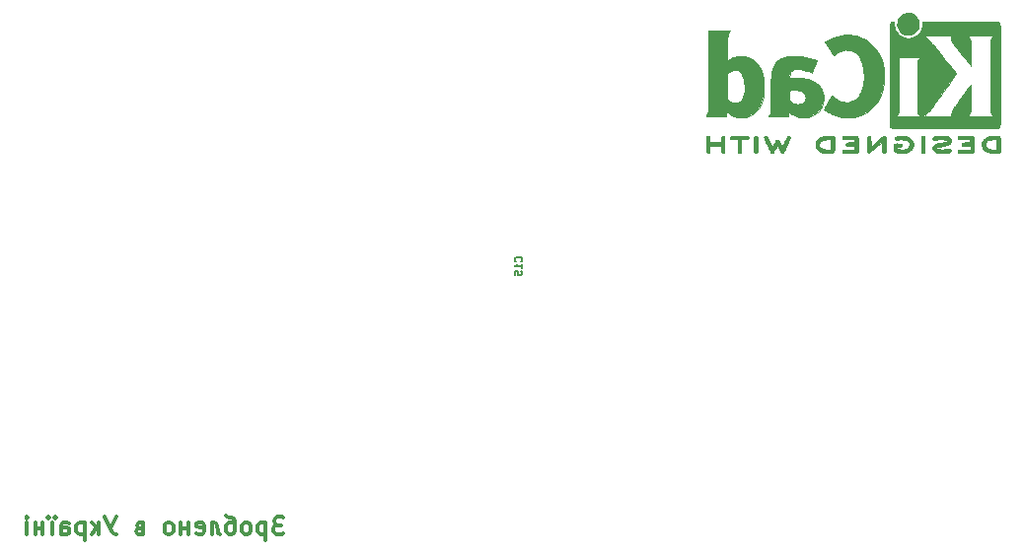
<source format=gbr>
G04 #@! TF.GenerationSoftware,KiCad,Pcbnew,5.0.2-bee76a0~70~ubuntu18.04.1*
G04 #@! TF.CreationDate,2019-12-10T23:09:57+02:00*
G04 #@! TF.ProjectId,videosport,76696465-6f73-4706-9f72-742e6b696361,rev?*
G04 #@! TF.SameCoordinates,Original*
G04 #@! TF.FileFunction,Legend,Bot*
G04 #@! TF.FilePolarity,Positive*
%FSLAX46Y46*%
G04 Gerber Fmt 4.6, Leading zero omitted, Abs format (unit mm)*
G04 Created by KiCad (PCBNEW 5.0.2-bee76a0~70~ubuntu18.04.1) date Вт 10 дек 2019 23:09:57*
%MOMM*%
%LPD*%
G01*
G04 APERTURE LIST*
%ADD10C,0.300000*%
%ADD11C,0.010000*%
%ADD12C,0.127000*%
G04 APERTURE END LIST*
D10*
X143917428Y-121304857D02*
X143631714Y-121304857D01*
X144131714Y-120662000D02*
X143988857Y-120590571D01*
X143631714Y-120590571D01*
X143488857Y-120662000D01*
X143417428Y-120733428D01*
X143346000Y-120876285D01*
X143346000Y-121019142D01*
X143417428Y-121162000D01*
X143488857Y-121233428D01*
X143631714Y-121304857D01*
X143417428Y-121376285D01*
X143346000Y-121447714D01*
X143274571Y-121590571D01*
X143274571Y-121804857D01*
X143346000Y-121947714D01*
X143417428Y-122019142D01*
X143560285Y-122090571D01*
X143988857Y-122090571D01*
X144131714Y-122019142D01*
X142631714Y-121090571D02*
X142631714Y-122590571D01*
X142631714Y-121162000D02*
X142488857Y-121090571D01*
X142203142Y-121090571D01*
X142060285Y-121162000D01*
X141988857Y-121233428D01*
X141917428Y-121376285D01*
X141917428Y-121804857D01*
X141988857Y-121947714D01*
X142060285Y-122019142D01*
X142203142Y-122090571D01*
X142488857Y-122090571D01*
X142631714Y-122019142D01*
X141060285Y-122090571D02*
X141203142Y-122019142D01*
X141274571Y-121947714D01*
X141346000Y-121804857D01*
X141346000Y-121376285D01*
X141274571Y-121233428D01*
X141203142Y-121162000D01*
X141060285Y-121090571D01*
X140846000Y-121090571D01*
X140703142Y-121162000D01*
X140631714Y-121233428D01*
X140560285Y-121376285D01*
X140560285Y-121804857D01*
X140631714Y-121947714D01*
X140703142Y-122019142D01*
X140846000Y-122090571D01*
X141060285Y-122090571D01*
X139203142Y-120519142D02*
X139274571Y-120590571D01*
X139417428Y-120662000D01*
X139703142Y-120662000D01*
X139846000Y-120733428D01*
X139917428Y-120804857D01*
X139988857Y-120947714D01*
X139988857Y-121804857D01*
X139917428Y-121947714D01*
X139846000Y-122019142D01*
X139703142Y-122090571D01*
X139488857Y-122090571D01*
X139346000Y-122019142D01*
X139274571Y-121947714D01*
X139203142Y-121804857D01*
X139203142Y-121376285D01*
X139274571Y-121233428D01*
X139346000Y-121162000D01*
X139488857Y-121090571D01*
X139774571Y-121090571D01*
X139917428Y-121162000D01*
X139988857Y-121233428D01*
X137988857Y-122090571D02*
X137988857Y-121090571D01*
X138203142Y-121090571D01*
X138346000Y-121162000D01*
X138417428Y-121304857D01*
X138488857Y-121876285D01*
X138560285Y-122019142D01*
X138703142Y-122090571D01*
X136703142Y-122019142D02*
X136846000Y-122090571D01*
X137131714Y-122090571D01*
X137274571Y-122019142D01*
X137346000Y-121876285D01*
X137346000Y-121304857D01*
X137274571Y-121162000D01*
X137131714Y-121090571D01*
X136846000Y-121090571D01*
X136703142Y-121162000D01*
X136631714Y-121304857D01*
X136631714Y-121447714D01*
X137346000Y-121590571D01*
X135988857Y-121590571D02*
X135346000Y-121590571D01*
X135988857Y-121090571D02*
X135988857Y-122090571D01*
X135346000Y-121090571D02*
X135346000Y-122090571D01*
X134417428Y-122090571D02*
X134560285Y-122019142D01*
X134631714Y-121947714D01*
X134703142Y-121804857D01*
X134703142Y-121376285D01*
X134631714Y-121233428D01*
X134560285Y-121162000D01*
X134417428Y-121090571D01*
X134203142Y-121090571D01*
X134060285Y-121162000D01*
X133988857Y-121233428D01*
X133917428Y-121376285D01*
X133917428Y-121804857D01*
X133988857Y-121947714D01*
X134060285Y-122019142D01*
X134203142Y-122090571D01*
X134417428Y-122090571D01*
X131774571Y-121590571D02*
X131560285Y-121662000D01*
X131488857Y-121804857D01*
X131488857Y-121876285D01*
X131560285Y-122019142D01*
X131703142Y-122090571D01*
X132131714Y-122090571D01*
X132131714Y-121090571D01*
X131774571Y-121090571D01*
X131631714Y-121162000D01*
X131560285Y-121304857D01*
X131560285Y-121376285D01*
X131631714Y-121519142D01*
X131774571Y-121590571D01*
X132131714Y-121590571D01*
X129774571Y-120590571D02*
X129274571Y-121590571D01*
X128774571Y-120590571D02*
X129417428Y-121876285D01*
X129560285Y-122019142D01*
X129703142Y-122090571D01*
X129774571Y-122090571D01*
X128274571Y-121090571D02*
X128274571Y-122090571D01*
X128131714Y-121519142D02*
X127703142Y-122090571D01*
X127703142Y-121090571D02*
X128274571Y-121662000D01*
X127060285Y-121090571D02*
X127060285Y-122590571D01*
X127060285Y-121162000D02*
X126917428Y-121090571D01*
X126631714Y-121090571D01*
X126488857Y-121162000D01*
X126417428Y-121233428D01*
X126346000Y-121376285D01*
X126346000Y-121804857D01*
X126417428Y-121947714D01*
X126488857Y-122019142D01*
X126631714Y-122090571D01*
X126917428Y-122090571D01*
X127060285Y-122019142D01*
X125060285Y-122090571D02*
X125060285Y-121304857D01*
X125131714Y-121162000D01*
X125274571Y-121090571D01*
X125560285Y-121090571D01*
X125703142Y-121162000D01*
X125060285Y-122019142D02*
X125203142Y-122090571D01*
X125560285Y-122090571D01*
X125703142Y-122019142D01*
X125774571Y-121876285D01*
X125774571Y-121733428D01*
X125703142Y-121590571D01*
X125560285Y-121519142D01*
X125203142Y-121519142D01*
X125060285Y-121447714D01*
X124560285Y-120590571D02*
X124488857Y-120662000D01*
X124560285Y-120733428D01*
X124631714Y-120662000D01*
X124560285Y-120590571D01*
X124560285Y-120733428D01*
X123988857Y-120590571D02*
X123917428Y-120662000D01*
X123988857Y-120733428D01*
X124060285Y-120662000D01*
X123988857Y-120590571D01*
X123988857Y-120733428D01*
X124274571Y-122090571D02*
X124274571Y-121090571D01*
X123488857Y-121590571D02*
X122846000Y-121590571D01*
X123488857Y-121090571D02*
X123488857Y-122090571D01*
X122846000Y-121090571D02*
X122846000Y-122090571D01*
X122131714Y-122090571D02*
X122131714Y-121090571D01*
X122131714Y-120590571D02*
X122203142Y-120662000D01*
X122131714Y-120733428D01*
X122060285Y-120662000D01*
X122131714Y-120590571D01*
X122131714Y-120733428D01*
D11*
G04 #@! TO.C,REF\002A\002A*
G36*
X197606380Y-77338594D02*
X197412970Y-77387286D01*
X197239029Y-77473332D01*
X197088740Y-77593421D01*
X196966284Y-77744243D01*
X196875845Y-77922486D01*
X196823086Y-78115967D01*
X196811332Y-78311364D01*
X196841173Y-78499920D01*
X196908874Y-78676419D01*
X197010703Y-78835645D01*
X197142925Y-78972385D01*
X197301808Y-79081422D01*
X197483617Y-79157540D01*
X197586606Y-79182498D01*
X197675999Y-79197608D01*
X197744909Y-79203579D01*
X197811124Y-79199913D01*
X197892434Y-79186113D01*
X197958922Y-79172100D01*
X198146588Y-79108800D01*
X198314681Y-79006096D01*
X198459416Y-78867102D01*
X198577007Y-78694935D01*
X198605029Y-78640214D01*
X198638051Y-78567155D01*
X198658760Y-78505803D01*
X198669941Y-78441252D01*
X198674380Y-78358599D01*
X198674939Y-78266018D01*
X198666729Y-78096549D01*
X198639779Y-77957373D01*
X198589174Y-77835582D01*
X198510002Y-77718272D01*
X198432562Y-77629349D01*
X198288136Y-77497125D01*
X198137279Y-77405855D01*
X197971038Y-77351208D01*
X197815078Y-77330567D01*
X197606380Y-77338594D01*
X197606380Y-77338594D01*
G37*
X197606380Y-77338594D02*
X197412970Y-77387286D01*
X197239029Y-77473332D01*
X197088740Y-77593421D01*
X196966284Y-77744243D01*
X196875845Y-77922486D01*
X196823086Y-78115967D01*
X196811332Y-78311364D01*
X196841173Y-78499920D01*
X196908874Y-78676419D01*
X197010703Y-78835645D01*
X197142925Y-78972385D01*
X197301808Y-79081422D01*
X197483617Y-79157540D01*
X197586606Y-79182498D01*
X197675999Y-79197608D01*
X197744909Y-79203579D01*
X197811124Y-79199913D01*
X197892434Y-79186113D01*
X197958922Y-79172100D01*
X198146588Y-79108800D01*
X198314681Y-79006096D01*
X198459416Y-78867102D01*
X198577007Y-78694935D01*
X198605029Y-78640214D01*
X198638051Y-78567155D01*
X198658760Y-78505803D01*
X198669941Y-78441252D01*
X198674380Y-78358599D01*
X198674939Y-78266018D01*
X198666729Y-78096549D01*
X198639779Y-77957373D01*
X198589174Y-77835582D01*
X198510002Y-77718272D01*
X198432562Y-77629349D01*
X198288136Y-77497125D01*
X198137279Y-77405855D01*
X197971038Y-77351208D01*
X197815078Y-77330567D01*
X197606380Y-77338594D01*
G36*
X180611749Y-82251777D02*
X180611710Y-82722705D01*
X180611658Y-83150488D01*
X180611512Y-83537338D01*
X180611195Y-83885466D01*
X180610629Y-84197085D01*
X180609735Y-84474406D01*
X180608435Y-84719640D01*
X180606651Y-84935001D01*
X180604303Y-85122700D01*
X180601315Y-85284948D01*
X180597607Y-85423957D01*
X180593101Y-85541940D01*
X180587718Y-85641109D01*
X180581381Y-85723674D01*
X180574012Y-85791848D01*
X180565530Y-85847843D01*
X180555859Y-85893870D01*
X180544921Y-85932143D01*
X180532635Y-85964871D01*
X180518925Y-85994268D01*
X180503712Y-86022544D01*
X180486917Y-86051913D01*
X180476484Y-86070207D01*
X180407648Y-86192179D01*
X182131607Y-86192179D01*
X182131607Y-85999411D01*
X182133077Y-85912296D01*
X182136998Y-85845671D01*
X182142641Y-85809950D01*
X182145136Y-85806643D01*
X182168082Y-85820472D01*
X182213714Y-85856317D01*
X182259316Y-85895239D01*
X182368973Y-85977072D01*
X182508550Y-86059445D01*
X182663341Y-86134791D01*
X182818640Y-86195543D01*
X182880620Y-86214926D01*
X183018227Y-86244188D01*
X183184669Y-86264199D01*
X183364254Y-86274331D01*
X183541287Y-86273956D01*
X183700075Y-86262445D01*
X183775803Y-86250777D01*
X184053230Y-86174314D01*
X184308969Y-86058351D01*
X184541645Y-85903942D01*
X184749881Y-85712144D01*
X184932299Y-85484012D01*
X185066499Y-85261426D01*
X185176724Y-85026872D01*
X185261100Y-84787108D01*
X185321361Y-84533996D01*
X185359241Y-84259398D01*
X185376474Y-83955174D01*
X185377934Y-83799589D01*
X185373726Y-83685527D01*
X183708091Y-83685527D01*
X183707673Y-83872495D01*
X183701821Y-84048658D01*
X183690446Y-84203506D01*
X183673460Y-84326527D01*
X183668270Y-84351319D01*
X183604384Y-84566843D01*
X183520694Y-84741670D01*
X183416502Y-84876237D01*
X183291109Y-84970983D01*
X183143815Y-85026350D01*
X182973923Y-85042774D01*
X182780733Y-85020695D01*
X182653214Y-84989111D01*
X182554489Y-84952569D01*
X182445748Y-84900642D01*
X182364062Y-84853026D01*
X182222321Y-84759877D01*
X182222321Y-82449225D01*
X182357738Y-82361701D01*
X182515490Y-82279490D01*
X182684613Y-82225951D01*
X182855621Y-82201996D01*
X183019029Y-82208539D01*
X183165353Y-82246493D01*
X183229546Y-82277770D01*
X183345912Y-82364148D01*
X183444264Y-82478199D01*
X183526940Y-82624092D01*
X183596279Y-82805992D01*
X183654620Y-83028069D01*
X183657194Y-83039857D01*
X183677626Y-83164921D01*
X183692979Y-83321229D01*
X183703163Y-83498268D01*
X183708091Y-83685527D01*
X185373726Y-83685527D01*
X185362161Y-83372058D01*
X185318076Y-82978637D01*
X185245786Y-82619587D01*
X185145394Y-82295170D01*
X185017005Y-82005646D01*
X184860722Y-81751276D01*
X184676650Y-81532321D01*
X184464893Y-81349042D01*
X184374161Y-81286864D01*
X184171362Y-81174068D01*
X183963859Y-81094492D01*
X183742700Y-81045957D01*
X183498934Y-81026280D01*
X183313097Y-81028380D01*
X183052631Y-81050410D01*
X182826438Y-81094236D01*
X182627973Y-81161872D01*
X182450694Y-81255331D01*
X182352527Y-81324060D01*
X182293532Y-81368085D01*
X182249957Y-81398160D01*
X182233464Y-81407000D01*
X182230220Y-81385245D01*
X182227627Y-81323665D01*
X182225660Y-81227788D01*
X182224295Y-81103141D01*
X182223505Y-80955250D01*
X182223265Y-80789644D01*
X182223550Y-80611849D01*
X182224335Y-80427393D01*
X182225594Y-80241803D01*
X182227302Y-80060606D01*
X182229433Y-79889330D01*
X182231963Y-79733501D01*
X182234865Y-79598648D01*
X182238114Y-79490297D01*
X182241685Y-79413975D01*
X182242673Y-79399946D01*
X182257895Y-79258486D01*
X182281121Y-79147696D01*
X182316757Y-79053032D01*
X182369209Y-78959952D01*
X182381799Y-78940705D01*
X182430882Y-78867000D01*
X180612143Y-78867000D01*
X180611749Y-82251777D01*
X180611749Y-82251777D01*
G37*
X180611749Y-82251777D02*
X180611710Y-82722705D01*
X180611658Y-83150488D01*
X180611512Y-83537338D01*
X180611195Y-83885466D01*
X180610629Y-84197085D01*
X180609735Y-84474406D01*
X180608435Y-84719640D01*
X180606651Y-84935001D01*
X180604303Y-85122700D01*
X180601315Y-85284948D01*
X180597607Y-85423957D01*
X180593101Y-85541940D01*
X180587718Y-85641109D01*
X180581381Y-85723674D01*
X180574012Y-85791848D01*
X180565530Y-85847843D01*
X180555859Y-85893870D01*
X180544921Y-85932143D01*
X180532635Y-85964871D01*
X180518925Y-85994268D01*
X180503712Y-86022544D01*
X180486917Y-86051913D01*
X180476484Y-86070207D01*
X180407648Y-86192179D01*
X182131607Y-86192179D01*
X182131607Y-85999411D01*
X182133077Y-85912296D01*
X182136998Y-85845671D01*
X182142641Y-85809950D01*
X182145136Y-85806643D01*
X182168082Y-85820472D01*
X182213714Y-85856317D01*
X182259316Y-85895239D01*
X182368973Y-85977072D01*
X182508550Y-86059445D01*
X182663341Y-86134791D01*
X182818640Y-86195543D01*
X182880620Y-86214926D01*
X183018227Y-86244188D01*
X183184669Y-86264199D01*
X183364254Y-86274331D01*
X183541287Y-86273956D01*
X183700075Y-86262445D01*
X183775803Y-86250777D01*
X184053230Y-86174314D01*
X184308969Y-86058351D01*
X184541645Y-85903942D01*
X184749881Y-85712144D01*
X184932299Y-85484012D01*
X185066499Y-85261426D01*
X185176724Y-85026872D01*
X185261100Y-84787108D01*
X185321361Y-84533996D01*
X185359241Y-84259398D01*
X185376474Y-83955174D01*
X185377934Y-83799589D01*
X185373726Y-83685527D01*
X183708091Y-83685527D01*
X183707673Y-83872495D01*
X183701821Y-84048658D01*
X183690446Y-84203506D01*
X183673460Y-84326527D01*
X183668270Y-84351319D01*
X183604384Y-84566843D01*
X183520694Y-84741670D01*
X183416502Y-84876237D01*
X183291109Y-84970983D01*
X183143815Y-85026350D01*
X182973923Y-85042774D01*
X182780733Y-85020695D01*
X182653214Y-84989111D01*
X182554489Y-84952569D01*
X182445748Y-84900642D01*
X182364062Y-84853026D01*
X182222321Y-84759877D01*
X182222321Y-82449225D01*
X182357738Y-82361701D01*
X182515490Y-82279490D01*
X182684613Y-82225951D01*
X182855621Y-82201996D01*
X183019029Y-82208539D01*
X183165353Y-82246493D01*
X183229546Y-82277770D01*
X183345912Y-82364148D01*
X183444264Y-82478199D01*
X183526940Y-82624092D01*
X183596279Y-82805992D01*
X183654620Y-83028069D01*
X183657194Y-83039857D01*
X183677626Y-83164921D01*
X183692979Y-83321229D01*
X183703163Y-83498268D01*
X183708091Y-83685527D01*
X185373726Y-83685527D01*
X185362161Y-83372058D01*
X185318076Y-82978637D01*
X185245786Y-82619587D01*
X185145394Y-82295170D01*
X185017005Y-82005646D01*
X184860722Y-81751276D01*
X184676650Y-81532321D01*
X184464893Y-81349042D01*
X184374161Y-81286864D01*
X184171362Y-81174068D01*
X183963859Y-81094492D01*
X183742700Y-81045957D01*
X183498934Y-81026280D01*
X183313097Y-81028380D01*
X183052631Y-81050410D01*
X182826438Y-81094236D01*
X182627973Y-81161872D01*
X182450694Y-81255331D01*
X182352527Y-81324060D01*
X182293532Y-81368085D01*
X182249957Y-81398160D01*
X182233464Y-81407000D01*
X182230220Y-81385245D01*
X182227627Y-81323665D01*
X182225660Y-81227788D01*
X182224295Y-81103141D01*
X182223505Y-80955250D01*
X182223265Y-80789644D01*
X182223550Y-80611849D01*
X182224335Y-80427393D01*
X182225594Y-80241803D01*
X182227302Y-80060606D01*
X182229433Y-79889330D01*
X182231963Y-79733501D01*
X182234865Y-79598648D01*
X182238114Y-79490297D01*
X182241685Y-79413975D01*
X182242673Y-79399946D01*
X182257895Y-79258486D01*
X182281121Y-79147696D01*
X182316757Y-79053032D01*
X182369209Y-78959952D01*
X182381799Y-78940705D01*
X182430882Y-78867000D01*
X180612143Y-78867000D01*
X180611749Y-82251777D01*
G36*
X187668981Y-81034984D02*
X187363788Y-81075192D01*
X187092052Y-81142762D01*
X186852019Y-81238233D01*
X186641934Y-81362143D01*
X186486022Y-81489831D01*
X186347726Y-81638761D01*
X186239764Y-81799017D01*
X186153573Y-81984281D01*
X186122486Y-82070805D01*
X186096653Y-82149115D01*
X186074149Y-82221732D01*
X186054714Y-82292336D01*
X186038088Y-82364610D01*
X186024011Y-82442234D01*
X186012221Y-82528890D01*
X186002460Y-82628259D01*
X185994465Y-82744022D01*
X185987978Y-82879861D01*
X185982736Y-83039457D01*
X185978481Y-83226491D01*
X185974952Y-83444644D01*
X185971888Y-83697598D01*
X185969028Y-83989033D01*
X185966513Y-84275839D01*
X185963848Y-84589615D01*
X185961426Y-84861364D01*
X185958996Y-85094413D01*
X185956305Y-85292090D01*
X185953101Y-85457722D01*
X185949134Y-85594636D01*
X185944149Y-85706160D01*
X185937897Y-85795622D01*
X185930124Y-85866348D01*
X185920580Y-85921666D01*
X185909011Y-85964903D01*
X185895166Y-85999388D01*
X185878793Y-86028446D01*
X185859641Y-86055406D01*
X185837457Y-86083594D01*
X185828817Y-86094509D01*
X185797037Y-86140390D01*
X185782902Y-86171635D01*
X185782857Y-86172558D01*
X185804708Y-86176975D01*
X185866956Y-86181045D01*
X185964639Y-86184652D01*
X186092796Y-86187683D01*
X186246468Y-86190023D01*
X186420693Y-86191558D01*
X186610510Y-86192172D01*
X186632420Y-86192179D01*
X187481984Y-86192179D01*
X187488536Y-85999188D01*
X187495089Y-85806197D01*
X187619821Y-85908627D01*
X187815350Y-86044257D01*
X188036134Y-86154129D01*
X188209835Y-86214857D01*
X188348593Y-86244365D01*
X188516042Y-86264440D01*
X188696376Y-86274458D01*
X188873793Y-86273790D01*
X189032487Y-86261812D01*
X189105268Y-86250334D01*
X189386555Y-86174272D01*
X189640535Y-86064096D01*
X189865371Y-85921446D01*
X190059226Y-85747962D01*
X190220266Y-85545284D01*
X190346654Y-85315054D01*
X190435801Y-85061745D01*
X190460580Y-84948073D01*
X190475867Y-84823119D01*
X190483157Y-84672774D01*
X190484151Y-84604679D01*
X190484020Y-84598280D01*
X188957359Y-84598280D01*
X188938688Y-84749053D01*
X188882063Y-84877277D01*
X188784693Y-84989050D01*
X188774534Y-84997914D01*
X188677514Y-85067879D01*
X188573635Y-85113244D01*
X188451629Y-85137192D01*
X188300230Y-85142904D01*
X188263853Y-85142090D01*
X188155736Y-85136761D01*
X188075319Y-85125880D01*
X188004973Y-85105462D01*
X187927069Y-85071520D01*
X187905690Y-85061117D01*
X187783846Y-84989141D01*
X187689791Y-84903496D01*
X187664203Y-84872884D01*
X187574464Y-84759356D01*
X187574464Y-84365855D01*
X187575540Y-84207860D01*
X187578935Y-84091441D01*
X187584898Y-84012865D01*
X187593679Y-83968399D01*
X187601885Y-83955408D01*
X187633878Y-83949052D01*
X187701746Y-83943784D01*
X187796013Y-83940101D01*
X187907200Y-83938499D01*
X187925055Y-83938469D01*
X188167684Y-83949023D01*
X188373941Y-83981502D01*
X188547821Y-84037145D01*
X188693319Y-84117195D01*
X188803669Y-84211514D01*
X188893161Y-84327804D01*
X188942830Y-84454463D01*
X188957359Y-84598280D01*
X190484020Y-84598280D01*
X190480267Y-84416331D01*
X190463504Y-84257828D01*
X190430867Y-84114747D01*
X190379365Y-83972665D01*
X190331158Y-83867454D01*
X190213397Y-83676009D01*
X190056506Y-83499171D01*
X189865259Y-83340160D01*
X189644431Y-83202192D01*
X189398795Y-83088488D01*
X189133126Y-83002265D01*
X189003214Y-82972253D01*
X188729635Y-82927846D01*
X188431418Y-82898549D01*
X188127154Y-82885731D01*
X187872907Y-82889010D01*
X187547688Y-82902629D01*
X187562594Y-82784145D01*
X187601352Y-82584953D01*
X187663897Y-82422792D01*
X187751959Y-82296418D01*
X187867268Y-82204590D01*
X188011554Y-82146063D01*
X188186547Y-82119594D01*
X188393978Y-82123941D01*
X188470268Y-82131979D01*
X188753909Y-82182539D01*
X189028757Y-82264974D01*
X189218660Y-82341316D01*
X189309383Y-82380238D01*
X189386591Y-82411518D01*
X189439529Y-82430893D01*
X189454974Y-82435007D01*
X189474550Y-82416769D01*
X189508136Y-82358571D01*
X189556050Y-82259757D01*
X189618607Y-82119669D01*
X189696123Y-81937649D01*
X189709377Y-81905929D01*
X189769758Y-81760649D01*
X189823958Y-81629371D01*
X189869636Y-81517837D01*
X189904452Y-81431787D01*
X189926064Y-81376961D01*
X189932305Y-81359204D01*
X189912218Y-81349652D01*
X189859430Y-81339051D01*
X189802634Y-81331659D01*
X189742050Y-81322103D01*
X189646049Y-81303128D01*
X189523144Y-81276594D01*
X189381850Y-81244361D01*
X189230680Y-81208289D01*
X189173303Y-81194182D01*
X188962243Y-81142777D01*
X188786133Y-81102473D01*
X188636291Y-81071982D01*
X188504033Y-81050016D01*
X188380676Y-81035289D01*
X188257540Y-81026511D01*
X188125939Y-81022397D01*
X188009386Y-81021598D01*
X187668981Y-81034984D01*
X187668981Y-81034984D01*
G37*
X187668981Y-81034984D02*
X187363788Y-81075192D01*
X187092052Y-81142762D01*
X186852019Y-81238233D01*
X186641934Y-81362143D01*
X186486022Y-81489831D01*
X186347726Y-81638761D01*
X186239764Y-81799017D01*
X186153573Y-81984281D01*
X186122486Y-82070805D01*
X186096653Y-82149115D01*
X186074149Y-82221732D01*
X186054714Y-82292336D01*
X186038088Y-82364610D01*
X186024011Y-82442234D01*
X186012221Y-82528890D01*
X186002460Y-82628259D01*
X185994465Y-82744022D01*
X185987978Y-82879861D01*
X185982736Y-83039457D01*
X185978481Y-83226491D01*
X185974952Y-83444644D01*
X185971888Y-83697598D01*
X185969028Y-83989033D01*
X185966513Y-84275839D01*
X185963848Y-84589615D01*
X185961426Y-84861364D01*
X185958996Y-85094413D01*
X185956305Y-85292090D01*
X185953101Y-85457722D01*
X185949134Y-85594636D01*
X185944149Y-85706160D01*
X185937897Y-85795622D01*
X185930124Y-85866348D01*
X185920580Y-85921666D01*
X185909011Y-85964903D01*
X185895166Y-85999388D01*
X185878793Y-86028446D01*
X185859641Y-86055406D01*
X185837457Y-86083594D01*
X185828817Y-86094509D01*
X185797037Y-86140390D01*
X185782902Y-86171635D01*
X185782857Y-86172558D01*
X185804708Y-86176975D01*
X185866956Y-86181045D01*
X185964639Y-86184652D01*
X186092796Y-86187683D01*
X186246468Y-86190023D01*
X186420693Y-86191558D01*
X186610510Y-86192172D01*
X186632420Y-86192179D01*
X187481984Y-86192179D01*
X187488536Y-85999188D01*
X187495089Y-85806197D01*
X187619821Y-85908627D01*
X187815350Y-86044257D01*
X188036134Y-86154129D01*
X188209835Y-86214857D01*
X188348593Y-86244365D01*
X188516042Y-86264440D01*
X188696376Y-86274458D01*
X188873793Y-86273790D01*
X189032487Y-86261812D01*
X189105268Y-86250334D01*
X189386555Y-86174272D01*
X189640535Y-86064096D01*
X189865371Y-85921446D01*
X190059226Y-85747962D01*
X190220266Y-85545284D01*
X190346654Y-85315054D01*
X190435801Y-85061745D01*
X190460580Y-84948073D01*
X190475867Y-84823119D01*
X190483157Y-84672774D01*
X190484151Y-84604679D01*
X190484020Y-84598280D01*
X188957359Y-84598280D01*
X188938688Y-84749053D01*
X188882063Y-84877277D01*
X188784693Y-84989050D01*
X188774534Y-84997914D01*
X188677514Y-85067879D01*
X188573635Y-85113244D01*
X188451629Y-85137192D01*
X188300230Y-85142904D01*
X188263853Y-85142090D01*
X188155736Y-85136761D01*
X188075319Y-85125880D01*
X188004973Y-85105462D01*
X187927069Y-85071520D01*
X187905690Y-85061117D01*
X187783846Y-84989141D01*
X187689791Y-84903496D01*
X187664203Y-84872884D01*
X187574464Y-84759356D01*
X187574464Y-84365855D01*
X187575540Y-84207860D01*
X187578935Y-84091441D01*
X187584898Y-84012865D01*
X187593679Y-83968399D01*
X187601885Y-83955408D01*
X187633878Y-83949052D01*
X187701746Y-83943784D01*
X187796013Y-83940101D01*
X187907200Y-83938499D01*
X187925055Y-83938469D01*
X188167684Y-83949023D01*
X188373941Y-83981502D01*
X188547821Y-84037145D01*
X188693319Y-84117195D01*
X188803669Y-84211514D01*
X188893161Y-84327804D01*
X188942830Y-84454463D01*
X188957359Y-84598280D01*
X190484020Y-84598280D01*
X190480267Y-84416331D01*
X190463504Y-84257828D01*
X190430867Y-84114747D01*
X190379365Y-83972665D01*
X190331158Y-83867454D01*
X190213397Y-83676009D01*
X190056506Y-83499171D01*
X189865259Y-83340160D01*
X189644431Y-83202192D01*
X189398795Y-83088488D01*
X189133126Y-83002265D01*
X189003214Y-82972253D01*
X188729635Y-82927846D01*
X188431418Y-82898549D01*
X188127154Y-82885731D01*
X187872907Y-82889010D01*
X187547688Y-82902629D01*
X187562594Y-82784145D01*
X187601352Y-82584953D01*
X187663897Y-82422792D01*
X187751959Y-82296418D01*
X187867268Y-82204590D01*
X188011554Y-82146063D01*
X188186547Y-82119594D01*
X188393978Y-82123941D01*
X188470268Y-82131979D01*
X188753909Y-82182539D01*
X189028757Y-82264974D01*
X189218660Y-82341316D01*
X189309383Y-82380238D01*
X189386591Y-82411518D01*
X189439529Y-82430893D01*
X189454974Y-82435007D01*
X189474550Y-82416769D01*
X189508136Y-82358571D01*
X189556050Y-82259757D01*
X189618607Y-82119669D01*
X189696123Y-81937649D01*
X189709377Y-81905929D01*
X189769758Y-81760649D01*
X189823958Y-81629371D01*
X189869636Y-81517837D01*
X189904452Y-81431787D01*
X189926064Y-81376961D01*
X189932305Y-81359204D01*
X189912218Y-81349652D01*
X189859430Y-81339051D01*
X189802634Y-81331659D01*
X189742050Y-81322103D01*
X189646049Y-81303128D01*
X189523144Y-81276594D01*
X189381850Y-81244361D01*
X189230680Y-81208289D01*
X189173303Y-81194182D01*
X188962243Y-81142777D01*
X188786133Y-81102473D01*
X188636291Y-81071982D01*
X188504033Y-81050016D01*
X188380676Y-81035289D01*
X188257540Y-81026511D01*
X188125939Y-81022397D01*
X188009386Y-81021598D01*
X187668981Y-81034984D01*
G36*
X192380209Y-79191830D02*
X192058497Y-79234366D01*
X191729153Y-79315005D01*
X191388031Y-79434544D01*
X191030985Y-79593783D01*
X191008349Y-79604922D01*
X190892444Y-79661223D01*
X190788889Y-79709593D01*
X190705240Y-79746652D01*
X190649049Y-79769025D01*
X190629821Y-79774143D01*
X190591216Y-79784203D01*
X190581952Y-79792652D01*
X190592204Y-79813611D01*
X190624427Y-79866422D01*
X190674912Y-79945551D01*
X190739949Y-80045463D01*
X190815828Y-80160625D01*
X190898839Y-80285501D01*
X190985271Y-80414558D01*
X191071417Y-80542261D01*
X191153564Y-80663076D01*
X191228004Y-80771469D01*
X191291026Y-80861905D01*
X191338921Y-80928851D01*
X191367979Y-80966771D01*
X191371967Y-80971169D01*
X191392294Y-80961831D01*
X191437175Y-80927324D01*
X191498589Y-80874045D01*
X191530217Y-80844963D01*
X191724057Y-80693728D01*
X191938431Y-80582351D01*
X192170471Y-80511836D01*
X192417308Y-80483188D01*
X192556728Y-80485540D01*
X192800087Y-80520015D01*
X193019498Y-80592100D01*
X193215615Y-80702320D01*
X193389095Y-80851203D01*
X193540593Y-81039275D01*
X193670766Y-81267064D01*
X193745935Y-81441018D01*
X193834032Y-81713629D01*
X193898961Y-82009913D01*
X193940890Y-82322229D01*
X193959987Y-82642938D01*
X193956418Y-82964400D01*
X193930351Y-83278975D01*
X193881953Y-83579022D01*
X193811391Y-83856901D01*
X193718833Y-84104973D01*
X193686124Y-84173786D01*
X193549022Y-84402977D01*
X193387384Y-84596824D01*
X193203585Y-84753748D01*
X192999999Y-84872168D01*
X192778999Y-84950506D01*
X192542960Y-84987181D01*
X192459654Y-84989879D01*
X192215452Y-84967940D01*
X191973502Y-84902014D01*
X191736875Y-84793463D01*
X191508638Y-84643648D01*
X191325007Y-84486296D01*
X191231531Y-84396837D01*
X190867377Y-84994017D01*
X190776779Y-85143004D01*
X190693935Y-85280039D01*
X190621782Y-85400199D01*
X190563259Y-85498558D01*
X190521305Y-85570194D01*
X190498858Y-85610182D01*
X190495941Y-85616399D01*
X190512473Y-85635764D01*
X190563859Y-85670479D01*
X190643602Y-85717256D01*
X190745206Y-85772805D01*
X190862172Y-85833839D01*
X190988004Y-85897070D01*
X191116206Y-85959209D01*
X191240280Y-86016968D01*
X191353729Y-86067060D01*
X191450056Y-86106196D01*
X191497170Y-86123130D01*
X191765895Y-86199097D01*
X192042914Y-86249326D01*
X192339643Y-86275450D01*
X192594352Y-86280127D01*
X192730870Y-86277928D01*
X192862658Y-86273714D01*
X192978031Y-86268005D01*
X193065305Y-86261320D01*
X193093641Y-86257938D01*
X193372912Y-86200010D01*
X193657229Y-86109368D01*
X193933421Y-85991408D01*
X194188314Y-85851527D01*
X194344018Y-85745697D01*
X194599970Y-85528328D01*
X194837632Y-85274063D01*
X195052601Y-84989187D01*
X195240475Y-84679982D01*
X195396853Y-84352731D01*
X195484954Y-84117089D01*
X195585898Y-83748195D01*
X195653194Y-83357364D01*
X195686865Y-82953055D01*
X195686931Y-82543722D01*
X195653412Y-82137823D01*
X195586331Y-81743814D01*
X195485708Y-81370152D01*
X195478041Y-81346872D01*
X195351713Y-81021318D01*
X195197533Y-80724163D01*
X195010272Y-80446996D01*
X194784699Y-80181408D01*
X194696577Y-80090479D01*
X194423077Y-79841489D01*
X194141915Y-79635489D01*
X193848773Y-79470237D01*
X193539335Y-79343490D01*
X193209287Y-79253005D01*
X193017321Y-79217869D01*
X192698435Y-79186597D01*
X192380209Y-79191830D01*
X192380209Y-79191830D01*
G37*
X192380209Y-79191830D02*
X192058497Y-79234366D01*
X191729153Y-79315005D01*
X191388031Y-79434544D01*
X191030985Y-79593783D01*
X191008349Y-79604922D01*
X190892444Y-79661223D01*
X190788889Y-79709593D01*
X190705240Y-79746652D01*
X190649049Y-79769025D01*
X190629821Y-79774143D01*
X190591216Y-79784203D01*
X190581952Y-79792652D01*
X190592204Y-79813611D01*
X190624427Y-79866422D01*
X190674912Y-79945551D01*
X190739949Y-80045463D01*
X190815828Y-80160625D01*
X190898839Y-80285501D01*
X190985271Y-80414558D01*
X191071417Y-80542261D01*
X191153564Y-80663076D01*
X191228004Y-80771469D01*
X191291026Y-80861905D01*
X191338921Y-80928851D01*
X191367979Y-80966771D01*
X191371967Y-80971169D01*
X191392294Y-80961831D01*
X191437175Y-80927324D01*
X191498589Y-80874045D01*
X191530217Y-80844963D01*
X191724057Y-80693728D01*
X191938431Y-80582351D01*
X192170471Y-80511836D01*
X192417308Y-80483188D01*
X192556728Y-80485540D01*
X192800087Y-80520015D01*
X193019498Y-80592100D01*
X193215615Y-80702320D01*
X193389095Y-80851203D01*
X193540593Y-81039275D01*
X193670766Y-81267064D01*
X193745935Y-81441018D01*
X193834032Y-81713629D01*
X193898961Y-82009913D01*
X193940890Y-82322229D01*
X193959987Y-82642938D01*
X193956418Y-82964400D01*
X193930351Y-83278975D01*
X193881953Y-83579022D01*
X193811391Y-83856901D01*
X193718833Y-84104973D01*
X193686124Y-84173786D01*
X193549022Y-84402977D01*
X193387384Y-84596824D01*
X193203585Y-84753748D01*
X192999999Y-84872168D01*
X192778999Y-84950506D01*
X192542960Y-84987181D01*
X192459654Y-84989879D01*
X192215452Y-84967940D01*
X191973502Y-84902014D01*
X191736875Y-84793463D01*
X191508638Y-84643648D01*
X191325007Y-84486296D01*
X191231531Y-84396837D01*
X190867377Y-84994017D01*
X190776779Y-85143004D01*
X190693935Y-85280039D01*
X190621782Y-85400199D01*
X190563259Y-85498558D01*
X190521305Y-85570194D01*
X190498858Y-85610182D01*
X190495941Y-85616399D01*
X190512473Y-85635764D01*
X190563859Y-85670479D01*
X190643602Y-85717256D01*
X190745206Y-85772805D01*
X190862172Y-85833839D01*
X190988004Y-85897070D01*
X191116206Y-85959209D01*
X191240280Y-86016968D01*
X191353729Y-86067060D01*
X191450056Y-86106196D01*
X191497170Y-86123130D01*
X191765895Y-86199097D01*
X192042914Y-86249326D01*
X192339643Y-86275450D01*
X192594352Y-86280127D01*
X192730870Y-86277928D01*
X192862658Y-86273714D01*
X192978031Y-86268005D01*
X193065305Y-86261320D01*
X193093641Y-86257938D01*
X193372912Y-86200010D01*
X193657229Y-86109368D01*
X193933421Y-85991408D01*
X194188314Y-85851527D01*
X194344018Y-85745697D01*
X194599970Y-85528328D01*
X194837632Y-85274063D01*
X195052601Y-84989187D01*
X195240475Y-84679982D01*
X195396853Y-84352731D01*
X195484954Y-84117089D01*
X195585898Y-83748195D01*
X195653194Y-83357364D01*
X195686865Y-82953055D01*
X195686931Y-82543722D01*
X195653412Y-82137823D01*
X195586331Y-81743814D01*
X195485708Y-81370152D01*
X195478041Y-81346872D01*
X195351713Y-81021318D01*
X195197533Y-80724163D01*
X195010272Y-80446996D01*
X194784699Y-80181408D01*
X194696577Y-80090479D01*
X194423077Y-79841489D01*
X194141915Y-79635489D01*
X193848773Y-79470237D01*
X193539335Y-79343490D01*
X193209287Y-79253005D01*
X193017321Y-79217869D01*
X192698435Y-79186597D01*
X192380209Y-79191830D01*
G36*
X198959107Y-78267689D02*
X198937280Y-78496585D01*
X198873763Y-78712791D01*
X198771503Y-78911673D01*
X198633446Y-79088597D01*
X198462538Y-79238929D01*
X198267698Y-79355181D01*
X198054212Y-79434777D01*
X197839229Y-79472080D01*
X197626986Y-79469791D01*
X197421724Y-79430609D01*
X197227680Y-79357234D01*
X197049093Y-79252368D01*
X196890204Y-79118708D01*
X196755250Y-78958957D01*
X196648471Y-78775814D01*
X196574105Y-78571978D01*
X196536392Y-78350151D01*
X196532500Y-78249914D01*
X196532500Y-78073250D01*
X196428178Y-78073250D01*
X196355239Y-78078965D01*
X196301204Y-78102669D01*
X196246750Y-78150357D01*
X196169643Y-78227464D01*
X196169643Y-82630173D01*
X196169661Y-83156789D01*
X196169726Y-83639939D01*
X196169854Y-84081515D01*
X196170062Y-84483409D01*
X196170366Y-84847512D01*
X196170783Y-85175715D01*
X196171328Y-85469911D01*
X196172019Y-85731990D01*
X196172872Y-85963845D01*
X196173902Y-86167366D01*
X196175127Y-86344446D01*
X196176563Y-86496976D01*
X196178226Y-86626847D01*
X196180133Y-86735951D01*
X196182299Y-86826179D01*
X196184742Y-86899424D01*
X196187478Y-86957576D01*
X196190523Y-87002528D01*
X196193893Y-87036170D01*
X196197606Y-87060395D01*
X196201676Y-87077093D01*
X196206122Y-87088157D01*
X196208296Y-87091874D01*
X196216659Y-87105960D01*
X196223760Y-87118911D01*
X196231453Y-87130772D01*
X196241593Y-87141593D01*
X196256034Y-87151420D01*
X196276631Y-87160300D01*
X196305239Y-87168282D01*
X196343711Y-87175412D01*
X196393903Y-87181738D01*
X196457669Y-87187308D01*
X196536864Y-87192168D01*
X196633342Y-87196366D01*
X196748958Y-87199950D01*
X196885565Y-87202968D01*
X197045020Y-87205465D01*
X197229175Y-87207490D01*
X197439886Y-87209091D01*
X197679008Y-87210314D01*
X197948395Y-87211208D01*
X198249900Y-87211819D01*
X198585380Y-87212194D01*
X198956688Y-87212383D01*
X199365679Y-87212431D01*
X199814208Y-87212386D01*
X200304128Y-87212295D01*
X200837295Y-87212207D01*
X200914405Y-87212198D01*
X201450745Y-87212111D01*
X201943575Y-87211969D01*
X202394742Y-87211758D01*
X202806093Y-87211462D01*
X203179476Y-87211067D01*
X203516738Y-87210559D01*
X203819725Y-87209924D01*
X204090286Y-87209146D01*
X204330267Y-87208211D01*
X204541515Y-87207105D01*
X204725878Y-87205813D01*
X204885202Y-87204320D01*
X205021335Y-87202613D01*
X205136125Y-87200676D01*
X205231417Y-87198496D01*
X205309060Y-87196057D01*
X205370900Y-87193345D01*
X205418785Y-87190346D01*
X205454562Y-87187045D01*
X205480078Y-87183427D01*
X205497181Y-87179479D01*
X205505935Y-87176127D01*
X205522935Y-87168954D01*
X205538542Y-87163659D01*
X205552816Y-87158362D01*
X205565816Y-87151188D01*
X205577600Y-87140256D01*
X205588228Y-87123691D01*
X205597759Y-87099614D01*
X205606253Y-87066147D01*
X205613769Y-87021413D01*
X205620366Y-86963533D01*
X205626104Y-86890631D01*
X205631040Y-86800828D01*
X205635236Y-86692246D01*
X205638750Y-86563007D01*
X205641641Y-86411235D01*
X205643968Y-86235050D01*
X205645791Y-86032576D01*
X205647170Y-85801935D01*
X205648162Y-85541248D01*
X205648828Y-85248638D01*
X205649227Y-84922227D01*
X205649417Y-84560138D01*
X205649459Y-84160492D01*
X205649412Y-83721412D01*
X205649334Y-83241020D01*
X205649286Y-82717438D01*
X205649285Y-82632759D01*
X205649313Y-82104618D01*
X205649363Y-81619943D01*
X205649385Y-81176841D01*
X205649326Y-80773421D01*
X205649136Y-80407791D01*
X205648763Y-80078060D01*
X205648154Y-79782334D01*
X205647260Y-79518724D01*
X205646096Y-79297893D01*
X205037716Y-79297893D01*
X204957781Y-79414098D01*
X204935340Y-79445775D01*
X204915109Y-79473823D01*
X204896973Y-79500628D01*
X204880820Y-79528571D01*
X204866534Y-79560036D01*
X204854001Y-79597406D01*
X204843107Y-79643066D01*
X204833739Y-79699399D01*
X204825782Y-79768787D01*
X204819122Y-79853614D01*
X204813644Y-79956264D01*
X204809236Y-80079120D01*
X204805782Y-80224566D01*
X204803168Y-80394984D01*
X204801281Y-80592759D01*
X204800006Y-80820274D01*
X204799230Y-81079911D01*
X204798837Y-81374055D01*
X204798714Y-81705090D01*
X204798747Y-82075397D01*
X204798822Y-82487361D01*
X204798839Y-82733696D01*
X204798791Y-83169532D01*
X204798723Y-83562396D01*
X204798747Y-83914675D01*
X204798977Y-84228756D01*
X204799525Y-84507025D01*
X204800504Y-84751867D01*
X204802028Y-84965669D01*
X204804209Y-85150817D01*
X204807160Y-85309696D01*
X204810994Y-85444694D01*
X204815825Y-85558196D01*
X204821765Y-85652588D01*
X204828926Y-85730257D01*
X204837423Y-85793588D01*
X204847368Y-85844968D01*
X204858873Y-85886783D01*
X204872053Y-85921418D01*
X204887019Y-85951261D01*
X204903885Y-85978696D01*
X204922764Y-86006111D01*
X204943768Y-86035891D01*
X204956004Y-86053752D01*
X205033897Y-86169500D01*
X203966023Y-86169500D01*
X203718425Y-86169430D01*
X203512518Y-86169128D01*
X203344637Y-86168452D01*
X203211116Y-86167261D01*
X203108290Y-86165415D01*
X203032492Y-86162772D01*
X202980057Y-86159193D01*
X202947320Y-86154535D01*
X202930614Y-86148659D01*
X202926275Y-86141423D01*
X202930636Y-86132686D01*
X202933039Y-86129812D01*
X202983563Y-86055339D01*
X203035590Y-85949265D01*
X203083019Y-85824708D01*
X203099631Y-85771646D01*
X203108906Y-85735603D01*
X203116744Y-85693293D01*
X203123310Y-85640526D01*
X203128769Y-85573113D01*
X203133288Y-85486863D01*
X203137030Y-85377588D01*
X203140161Y-85241098D01*
X203142845Y-85073203D01*
X203145249Y-84869714D01*
X203147537Y-84626441D01*
X203148295Y-84536643D01*
X203150337Y-84285223D01*
X203151861Y-84075557D01*
X203152750Y-83904046D01*
X203152886Y-83767088D01*
X203152152Y-83661082D01*
X203150430Y-83582429D01*
X203147604Y-83527527D01*
X203143555Y-83492776D01*
X203138166Y-83474575D01*
X203131321Y-83469323D01*
X203122901Y-83473420D01*
X203113913Y-83482089D01*
X203093111Y-83508075D01*
X203048798Y-83566483D01*
X202984109Y-83653033D01*
X202902179Y-83763443D01*
X202806144Y-83893430D01*
X202699139Y-84038714D01*
X202584299Y-84195013D01*
X202464760Y-84358045D01*
X202343658Y-84523529D01*
X202224127Y-84687183D01*
X202109304Y-84844725D01*
X202002322Y-84991874D01*
X201906318Y-85124349D01*
X201824428Y-85237866D01*
X201759786Y-85328146D01*
X201715528Y-85390907D01*
X201706351Y-85404231D01*
X201660303Y-85478366D01*
X201606447Y-85574774D01*
X201555423Y-85674292D01*
X201548953Y-85687713D01*
X201505404Y-85784534D01*
X201480119Y-85859992D01*
X201468608Y-85931963D01*
X201466362Y-86016420D01*
X201467635Y-86169500D01*
X199148450Y-86169500D01*
X199331591Y-85981201D01*
X199425603Y-85880967D01*
X199526627Y-85767504D01*
X199619127Y-85658480D01*
X199660160Y-85607549D01*
X199721309Y-85528105D01*
X199801775Y-85421207D01*
X199899207Y-85290126D01*
X200011252Y-85138138D01*
X200135557Y-84968516D01*
X200269769Y-84784532D01*
X200411536Y-84589462D01*
X200558505Y-84386577D01*
X200708322Y-84179153D01*
X200858636Y-83970462D01*
X201007094Y-83763779D01*
X201151342Y-83562376D01*
X201289029Y-83369527D01*
X201417801Y-83188506D01*
X201535306Y-83022586D01*
X201639190Y-82875041D01*
X201727102Y-82749145D01*
X201796688Y-82648171D01*
X201845595Y-82575393D01*
X201871472Y-82534084D01*
X201875004Y-82525843D01*
X201859014Y-82503089D01*
X201817239Y-82448486D01*
X201752416Y-82365451D01*
X201667284Y-82257400D01*
X201564581Y-82127749D01*
X201447045Y-81979914D01*
X201317416Y-81817312D01*
X201178432Y-81643360D01*
X201032830Y-81461472D01*
X200883350Y-81275066D01*
X200763358Y-81125687D01*
X198732321Y-81125687D01*
X198720449Y-81151717D01*
X198691662Y-81196414D01*
X198689558Y-81199392D01*
X198651816Y-81259967D01*
X198612347Y-81333959D01*
X198604514Y-81350304D01*
X198597410Y-81367237D01*
X198591132Y-81387565D01*
X198585618Y-81414086D01*
X198580809Y-81449598D01*
X198576644Y-81496901D01*
X198573061Y-81558794D01*
X198570001Y-81638074D01*
X198567404Y-81737541D01*
X198565208Y-81859993D01*
X198563353Y-82008228D01*
X198561779Y-82185046D01*
X198560424Y-82393246D01*
X198559230Y-82635625D01*
X198558134Y-82914983D01*
X198557077Y-83234118D01*
X198556004Y-83593428D01*
X198554923Y-83965317D01*
X198554050Y-84294658D01*
X198553521Y-84584261D01*
X198553471Y-84836935D01*
X198554036Y-85055490D01*
X198555350Y-85242735D01*
X198557550Y-85401480D01*
X198560771Y-85534535D01*
X198565149Y-85644708D01*
X198570818Y-85734809D01*
X198577914Y-85807648D01*
X198586573Y-85866034D01*
X198596930Y-85912777D01*
X198609121Y-85950686D01*
X198623280Y-85982570D01*
X198639544Y-86011240D01*
X198658047Y-86039504D01*
X198675124Y-86064550D01*
X198709549Y-86117373D01*
X198729932Y-86152698D01*
X198732321Y-86159168D01*
X198710410Y-86161332D01*
X198647745Y-86163342D01*
X198548930Y-86165150D01*
X198418569Y-86166708D01*
X198261265Y-86167967D01*
X198081621Y-86168880D01*
X197884241Y-86169398D01*
X197745803Y-86169500D01*
X197534880Y-86169057D01*
X197340331Y-86167788D01*
X197166554Y-86165782D01*
X197017944Y-86163126D01*
X196898898Y-86159910D01*
X196813812Y-86156223D01*
X196767084Y-86152153D01*
X196759285Y-86149598D01*
X196774749Y-86119659D01*
X196790818Y-86103527D01*
X196817279Y-86069121D01*
X196851912Y-86008349D01*
X196875862Y-85959009D01*
X196929375Y-85840661D01*
X196935552Y-83476420D01*
X196941730Y-81112178D01*
X197837026Y-81112179D01*
X198033532Y-81112509D01*
X198215127Y-81113450D01*
X198376979Y-81114930D01*
X198514253Y-81116875D01*
X198622120Y-81119214D01*
X198695745Y-81121872D01*
X198730297Y-81124777D01*
X198732321Y-81125687D01*
X200763358Y-81125687D01*
X200732729Y-81087558D01*
X200583707Y-80902364D01*
X200439021Y-80722901D01*
X200301411Y-80552584D01*
X200173614Y-80394831D01*
X200058369Y-80253057D01*
X199958414Y-80130679D01*
X199876488Y-80031112D01*
X199842006Y-79989589D01*
X199668651Y-79787368D01*
X199514769Y-79620109D01*
X199376528Y-79483863D01*
X199250095Y-79374679D01*
X199231250Y-79359878D01*
X199151875Y-79298396D01*
X200288687Y-79298144D01*
X201425500Y-79297893D01*
X201414874Y-79394277D01*
X201421510Y-79509476D01*
X201464764Y-79646635D01*
X201545071Y-79806846D01*
X201636089Y-79952057D01*
X201668671Y-79997550D01*
X201725028Y-80072997D01*
X201801801Y-80174095D01*
X201895631Y-80296544D01*
X202003158Y-80436040D01*
X202121022Y-80588283D01*
X202245865Y-80748969D01*
X202374327Y-80913797D01*
X202503048Y-81078465D01*
X202628669Y-81238671D01*
X202747830Y-81390112D01*
X202857172Y-81528487D01*
X202953336Y-81649494D01*
X203032962Y-81748831D01*
X203092691Y-81822195D01*
X203129162Y-81865285D01*
X203135306Y-81871911D01*
X203141051Y-81855826D01*
X203145498Y-81794968D01*
X203148640Y-81689902D01*
X203150468Y-81541192D01*
X203150977Y-81349404D01*
X203150159Y-81115103D01*
X203148333Y-80874054D01*
X203145676Y-80608651D01*
X203142613Y-80384176D01*
X203138644Y-80196201D01*
X203133269Y-80040298D01*
X203125989Y-79912036D01*
X203116304Y-79806989D01*
X203103714Y-79720727D01*
X203087720Y-79648821D01*
X203067822Y-79586843D01*
X203043520Y-79530364D01*
X203014316Y-79474956D01*
X202984820Y-79424655D01*
X202908487Y-79297893D01*
X205037716Y-79297893D01*
X205646096Y-79297893D01*
X205646029Y-79285337D01*
X205644409Y-79080281D01*
X205642349Y-78901665D01*
X205639798Y-78747596D01*
X205636704Y-78616184D01*
X205633016Y-78505535D01*
X205628683Y-78413760D01*
X205623653Y-78338965D01*
X205617875Y-78279259D01*
X205611298Y-78232750D01*
X205603869Y-78197547D01*
X205595539Y-78171757D01*
X205586255Y-78153490D01*
X205575966Y-78140852D01*
X205564621Y-78131954D01*
X205552168Y-78124902D01*
X205538556Y-78117804D01*
X205526510Y-78110636D01*
X205515998Y-78105461D01*
X205499573Y-78100783D01*
X205475038Y-78096577D01*
X205440193Y-78092818D01*
X205392839Y-78089483D01*
X205330778Y-78086544D01*
X205251811Y-78083979D01*
X205153738Y-78081762D01*
X205034361Y-78079868D01*
X204891481Y-78078273D01*
X204722898Y-78076951D01*
X204526415Y-78075878D01*
X204299832Y-78075029D01*
X204040950Y-78074380D01*
X203747570Y-78073904D01*
X203417493Y-78073578D01*
X203048521Y-78073377D01*
X202638454Y-78073276D01*
X202214280Y-78073250D01*
X198959107Y-78073250D01*
X198959107Y-78267689D01*
X198959107Y-78267689D01*
G37*
X198959107Y-78267689D02*
X198937280Y-78496585D01*
X198873763Y-78712791D01*
X198771503Y-78911673D01*
X198633446Y-79088597D01*
X198462538Y-79238929D01*
X198267698Y-79355181D01*
X198054212Y-79434777D01*
X197839229Y-79472080D01*
X197626986Y-79469791D01*
X197421724Y-79430609D01*
X197227680Y-79357234D01*
X197049093Y-79252368D01*
X196890204Y-79118708D01*
X196755250Y-78958957D01*
X196648471Y-78775814D01*
X196574105Y-78571978D01*
X196536392Y-78350151D01*
X196532500Y-78249914D01*
X196532500Y-78073250D01*
X196428178Y-78073250D01*
X196355239Y-78078965D01*
X196301204Y-78102669D01*
X196246750Y-78150357D01*
X196169643Y-78227464D01*
X196169643Y-82630173D01*
X196169661Y-83156789D01*
X196169726Y-83639939D01*
X196169854Y-84081515D01*
X196170062Y-84483409D01*
X196170366Y-84847512D01*
X196170783Y-85175715D01*
X196171328Y-85469911D01*
X196172019Y-85731990D01*
X196172872Y-85963845D01*
X196173902Y-86167366D01*
X196175127Y-86344446D01*
X196176563Y-86496976D01*
X196178226Y-86626847D01*
X196180133Y-86735951D01*
X196182299Y-86826179D01*
X196184742Y-86899424D01*
X196187478Y-86957576D01*
X196190523Y-87002528D01*
X196193893Y-87036170D01*
X196197606Y-87060395D01*
X196201676Y-87077093D01*
X196206122Y-87088157D01*
X196208296Y-87091874D01*
X196216659Y-87105960D01*
X196223760Y-87118911D01*
X196231453Y-87130772D01*
X196241593Y-87141593D01*
X196256034Y-87151420D01*
X196276631Y-87160300D01*
X196305239Y-87168282D01*
X196343711Y-87175412D01*
X196393903Y-87181738D01*
X196457669Y-87187308D01*
X196536864Y-87192168D01*
X196633342Y-87196366D01*
X196748958Y-87199950D01*
X196885565Y-87202968D01*
X197045020Y-87205465D01*
X197229175Y-87207490D01*
X197439886Y-87209091D01*
X197679008Y-87210314D01*
X197948395Y-87211208D01*
X198249900Y-87211819D01*
X198585380Y-87212194D01*
X198956688Y-87212383D01*
X199365679Y-87212431D01*
X199814208Y-87212386D01*
X200304128Y-87212295D01*
X200837295Y-87212207D01*
X200914405Y-87212198D01*
X201450745Y-87212111D01*
X201943575Y-87211969D01*
X202394742Y-87211758D01*
X202806093Y-87211462D01*
X203179476Y-87211067D01*
X203516738Y-87210559D01*
X203819725Y-87209924D01*
X204090286Y-87209146D01*
X204330267Y-87208211D01*
X204541515Y-87207105D01*
X204725878Y-87205813D01*
X204885202Y-87204320D01*
X205021335Y-87202613D01*
X205136125Y-87200676D01*
X205231417Y-87198496D01*
X205309060Y-87196057D01*
X205370900Y-87193345D01*
X205418785Y-87190346D01*
X205454562Y-87187045D01*
X205480078Y-87183427D01*
X205497181Y-87179479D01*
X205505935Y-87176127D01*
X205522935Y-87168954D01*
X205538542Y-87163659D01*
X205552816Y-87158362D01*
X205565816Y-87151188D01*
X205577600Y-87140256D01*
X205588228Y-87123691D01*
X205597759Y-87099614D01*
X205606253Y-87066147D01*
X205613769Y-87021413D01*
X205620366Y-86963533D01*
X205626104Y-86890631D01*
X205631040Y-86800828D01*
X205635236Y-86692246D01*
X205638750Y-86563007D01*
X205641641Y-86411235D01*
X205643968Y-86235050D01*
X205645791Y-86032576D01*
X205647170Y-85801935D01*
X205648162Y-85541248D01*
X205648828Y-85248638D01*
X205649227Y-84922227D01*
X205649417Y-84560138D01*
X205649459Y-84160492D01*
X205649412Y-83721412D01*
X205649334Y-83241020D01*
X205649286Y-82717438D01*
X205649285Y-82632759D01*
X205649313Y-82104618D01*
X205649363Y-81619943D01*
X205649385Y-81176841D01*
X205649326Y-80773421D01*
X205649136Y-80407791D01*
X205648763Y-80078060D01*
X205648154Y-79782334D01*
X205647260Y-79518724D01*
X205646096Y-79297893D01*
X205037716Y-79297893D01*
X204957781Y-79414098D01*
X204935340Y-79445775D01*
X204915109Y-79473823D01*
X204896973Y-79500628D01*
X204880820Y-79528571D01*
X204866534Y-79560036D01*
X204854001Y-79597406D01*
X204843107Y-79643066D01*
X204833739Y-79699399D01*
X204825782Y-79768787D01*
X204819122Y-79853614D01*
X204813644Y-79956264D01*
X204809236Y-80079120D01*
X204805782Y-80224566D01*
X204803168Y-80394984D01*
X204801281Y-80592759D01*
X204800006Y-80820274D01*
X204799230Y-81079911D01*
X204798837Y-81374055D01*
X204798714Y-81705090D01*
X204798747Y-82075397D01*
X204798822Y-82487361D01*
X204798839Y-82733696D01*
X204798791Y-83169532D01*
X204798723Y-83562396D01*
X204798747Y-83914675D01*
X204798977Y-84228756D01*
X204799525Y-84507025D01*
X204800504Y-84751867D01*
X204802028Y-84965669D01*
X204804209Y-85150817D01*
X204807160Y-85309696D01*
X204810994Y-85444694D01*
X204815825Y-85558196D01*
X204821765Y-85652588D01*
X204828926Y-85730257D01*
X204837423Y-85793588D01*
X204847368Y-85844968D01*
X204858873Y-85886783D01*
X204872053Y-85921418D01*
X204887019Y-85951261D01*
X204903885Y-85978696D01*
X204922764Y-86006111D01*
X204943768Y-86035891D01*
X204956004Y-86053752D01*
X205033897Y-86169500D01*
X203966023Y-86169500D01*
X203718425Y-86169430D01*
X203512518Y-86169128D01*
X203344637Y-86168452D01*
X203211116Y-86167261D01*
X203108290Y-86165415D01*
X203032492Y-86162772D01*
X202980057Y-86159193D01*
X202947320Y-86154535D01*
X202930614Y-86148659D01*
X202926275Y-86141423D01*
X202930636Y-86132686D01*
X202933039Y-86129812D01*
X202983563Y-86055339D01*
X203035590Y-85949265D01*
X203083019Y-85824708D01*
X203099631Y-85771646D01*
X203108906Y-85735603D01*
X203116744Y-85693293D01*
X203123310Y-85640526D01*
X203128769Y-85573113D01*
X203133288Y-85486863D01*
X203137030Y-85377588D01*
X203140161Y-85241098D01*
X203142845Y-85073203D01*
X203145249Y-84869714D01*
X203147537Y-84626441D01*
X203148295Y-84536643D01*
X203150337Y-84285223D01*
X203151861Y-84075557D01*
X203152750Y-83904046D01*
X203152886Y-83767088D01*
X203152152Y-83661082D01*
X203150430Y-83582429D01*
X203147604Y-83527527D01*
X203143555Y-83492776D01*
X203138166Y-83474575D01*
X203131321Y-83469323D01*
X203122901Y-83473420D01*
X203113913Y-83482089D01*
X203093111Y-83508075D01*
X203048798Y-83566483D01*
X202984109Y-83653033D01*
X202902179Y-83763443D01*
X202806144Y-83893430D01*
X202699139Y-84038714D01*
X202584299Y-84195013D01*
X202464760Y-84358045D01*
X202343658Y-84523529D01*
X202224127Y-84687183D01*
X202109304Y-84844725D01*
X202002322Y-84991874D01*
X201906318Y-85124349D01*
X201824428Y-85237866D01*
X201759786Y-85328146D01*
X201715528Y-85390907D01*
X201706351Y-85404231D01*
X201660303Y-85478366D01*
X201606447Y-85574774D01*
X201555423Y-85674292D01*
X201548953Y-85687713D01*
X201505404Y-85784534D01*
X201480119Y-85859992D01*
X201468608Y-85931963D01*
X201466362Y-86016420D01*
X201467635Y-86169500D01*
X199148450Y-86169500D01*
X199331591Y-85981201D01*
X199425603Y-85880967D01*
X199526627Y-85767504D01*
X199619127Y-85658480D01*
X199660160Y-85607549D01*
X199721309Y-85528105D01*
X199801775Y-85421207D01*
X199899207Y-85290126D01*
X200011252Y-85138138D01*
X200135557Y-84968516D01*
X200269769Y-84784532D01*
X200411536Y-84589462D01*
X200558505Y-84386577D01*
X200708322Y-84179153D01*
X200858636Y-83970462D01*
X201007094Y-83763779D01*
X201151342Y-83562376D01*
X201289029Y-83369527D01*
X201417801Y-83188506D01*
X201535306Y-83022586D01*
X201639190Y-82875041D01*
X201727102Y-82749145D01*
X201796688Y-82648171D01*
X201845595Y-82575393D01*
X201871472Y-82534084D01*
X201875004Y-82525843D01*
X201859014Y-82503089D01*
X201817239Y-82448486D01*
X201752416Y-82365451D01*
X201667284Y-82257400D01*
X201564581Y-82127749D01*
X201447045Y-81979914D01*
X201317416Y-81817312D01*
X201178432Y-81643360D01*
X201032830Y-81461472D01*
X200883350Y-81275066D01*
X200763358Y-81125687D01*
X198732321Y-81125687D01*
X198720449Y-81151717D01*
X198691662Y-81196414D01*
X198689558Y-81199392D01*
X198651816Y-81259967D01*
X198612347Y-81333959D01*
X198604514Y-81350304D01*
X198597410Y-81367237D01*
X198591132Y-81387565D01*
X198585618Y-81414086D01*
X198580809Y-81449598D01*
X198576644Y-81496901D01*
X198573061Y-81558794D01*
X198570001Y-81638074D01*
X198567404Y-81737541D01*
X198565208Y-81859993D01*
X198563353Y-82008228D01*
X198561779Y-82185046D01*
X198560424Y-82393246D01*
X198559230Y-82635625D01*
X198558134Y-82914983D01*
X198557077Y-83234118D01*
X198556004Y-83593428D01*
X198554923Y-83965317D01*
X198554050Y-84294658D01*
X198553521Y-84584261D01*
X198553471Y-84836935D01*
X198554036Y-85055490D01*
X198555350Y-85242735D01*
X198557550Y-85401480D01*
X198560771Y-85534535D01*
X198565149Y-85644708D01*
X198570818Y-85734809D01*
X198577914Y-85807648D01*
X198586573Y-85866034D01*
X198596930Y-85912777D01*
X198609121Y-85950686D01*
X198623280Y-85982570D01*
X198639544Y-86011240D01*
X198658047Y-86039504D01*
X198675124Y-86064550D01*
X198709549Y-86117373D01*
X198729932Y-86152698D01*
X198732321Y-86159168D01*
X198710410Y-86161332D01*
X198647745Y-86163342D01*
X198548930Y-86165150D01*
X198418569Y-86166708D01*
X198261265Y-86167967D01*
X198081621Y-86168880D01*
X197884241Y-86169398D01*
X197745803Y-86169500D01*
X197534880Y-86169057D01*
X197340331Y-86167788D01*
X197166554Y-86165782D01*
X197017944Y-86163126D01*
X196898898Y-86159910D01*
X196813812Y-86156223D01*
X196767084Y-86152153D01*
X196759285Y-86149598D01*
X196774749Y-86119659D01*
X196790818Y-86103527D01*
X196817279Y-86069121D01*
X196851912Y-86008349D01*
X196875862Y-85959009D01*
X196929375Y-85840661D01*
X196935552Y-83476420D01*
X196941730Y-81112178D01*
X197837026Y-81112179D01*
X198033532Y-81112509D01*
X198215127Y-81113450D01*
X198376979Y-81114930D01*
X198514253Y-81116875D01*
X198622120Y-81119214D01*
X198695745Y-81121872D01*
X198730297Y-81124777D01*
X198732321Y-81125687D01*
X200763358Y-81125687D01*
X200732729Y-81087558D01*
X200583707Y-80902364D01*
X200439021Y-80722901D01*
X200301411Y-80552584D01*
X200173614Y-80394831D01*
X200058369Y-80253057D01*
X199958414Y-80130679D01*
X199876488Y-80031112D01*
X199842006Y-79989589D01*
X199668651Y-79787368D01*
X199514769Y-79620109D01*
X199376528Y-79483863D01*
X199250095Y-79374679D01*
X199231250Y-79359878D01*
X199151875Y-79298396D01*
X200288687Y-79298144D01*
X201425500Y-79297893D01*
X201414874Y-79394277D01*
X201421510Y-79509476D01*
X201464764Y-79646635D01*
X201545071Y-79806846D01*
X201636089Y-79952057D01*
X201668671Y-79997550D01*
X201725028Y-80072997D01*
X201801801Y-80174095D01*
X201895631Y-80296544D01*
X202003158Y-80436040D01*
X202121022Y-80588283D01*
X202245865Y-80748969D01*
X202374327Y-80913797D01*
X202503048Y-81078465D01*
X202628669Y-81238671D01*
X202747830Y-81390112D01*
X202857172Y-81528487D01*
X202953336Y-81649494D01*
X203032962Y-81748831D01*
X203092691Y-81822195D01*
X203129162Y-81865285D01*
X203135306Y-81871911D01*
X203141051Y-81855826D01*
X203145498Y-81794968D01*
X203148640Y-81689902D01*
X203150468Y-81541192D01*
X203150977Y-81349404D01*
X203150159Y-81115103D01*
X203148333Y-80874054D01*
X203145676Y-80608651D01*
X203142613Y-80384176D01*
X203138644Y-80196201D01*
X203133269Y-80040298D01*
X203125989Y-79912036D01*
X203116304Y-79806989D01*
X203103714Y-79720727D01*
X203087720Y-79648821D01*
X203067822Y-79586843D01*
X203043520Y-79530364D01*
X203014316Y-79474956D01*
X202984820Y-79424655D01*
X202908487Y-79297893D01*
X205037716Y-79297893D01*
X205646096Y-79297893D01*
X205646029Y-79285337D01*
X205644409Y-79080281D01*
X205642349Y-78901665D01*
X205639798Y-78747596D01*
X205636704Y-78616184D01*
X205633016Y-78505535D01*
X205628683Y-78413760D01*
X205623653Y-78338965D01*
X205617875Y-78279259D01*
X205611298Y-78232750D01*
X205603869Y-78197547D01*
X205595539Y-78171757D01*
X205586255Y-78153490D01*
X205575966Y-78140852D01*
X205564621Y-78131954D01*
X205552168Y-78124902D01*
X205538556Y-78117804D01*
X205526510Y-78110636D01*
X205515998Y-78105461D01*
X205499573Y-78100783D01*
X205475038Y-78096577D01*
X205440193Y-78092818D01*
X205392839Y-78089483D01*
X205330778Y-78086544D01*
X205251811Y-78083979D01*
X205153738Y-78081762D01*
X205034361Y-78079868D01*
X204891481Y-78078273D01*
X204722898Y-78076951D01*
X204526415Y-78075878D01*
X204299832Y-78075029D01*
X204040950Y-78074380D01*
X203747570Y-78073904D01*
X203417493Y-78073578D01*
X203048521Y-78073377D01*
X202638454Y-78073276D01*
X202214280Y-78073250D01*
X198959107Y-78073250D01*
X198959107Y-78267689D01*
G36*
X180526738Y-87881374D02*
X180463701Y-87926058D01*
X180408035Y-87981724D01*
X180408035Y-88603357D01*
X180408181Y-88787936D01*
X180408870Y-88932660D01*
X180410483Y-89043032D01*
X180413400Y-89124553D01*
X180417998Y-89182726D01*
X180424659Y-89223054D01*
X180433762Y-89251037D01*
X180445686Y-89272180D01*
X180455039Y-89284745D01*
X180516775Y-89334112D01*
X180587663Y-89339470D01*
X180652454Y-89309196D01*
X180673863Y-89291323D01*
X180688174Y-89267582D01*
X180696806Y-89229352D01*
X180701178Y-89168010D01*
X180702710Y-89074937D01*
X180702857Y-89003035D01*
X180702857Y-88732179D01*
X181700714Y-88732179D01*
X181700714Y-88978584D01*
X181701746Y-89091259D01*
X181705874Y-89168695D01*
X181714649Y-89220985D01*
X181729618Y-89258221D01*
X181747717Y-89284745D01*
X181809799Y-89333973D01*
X181880008Y-89339802D01*
X181947221Y-89304812D01*
X181965572Y-89286470D01*
X181978532Y-89262154D01*
X181987081Y-89224278D01*
X181992195Y-89165255D01*
X181994851Y-89077499D01*
X181996029Y-88953423D01*
X181996166Y-88924946D01*
X181997138Y-88691169D01*
X181997639Y-88498505D01*
X181997476Y-88342712D01*
X181996455Y-88219548D01*
X181994383Y-88124770D01*
X181991067Y-88054136D01*
X181986313Y-88003403D01*
X181979929Y-87968329D01*
X181971720Y-87944670D01*
X181961493Y-87928186D01*
X181950178Y-87915750D01*
X181886171Y-87875971D01*
X181819417Y-87881374D01*
X181756380Y-87926058D01*
X181730871Y-87954887D01*
X181714611Y-87986732D01*
X181705539Y-88032085D01*
X181701594Y-88101443D01*
X181700715Y-88205299D01*
X181700714Y-88209541D01*
X181700714Y-88437357D01*
X180702857Y-88437357D01*
X180702857Y-88199232D01*
X180701839Y-88089528D01*
X180697749Y-88015453D01*
X180689035Y-87967304D01*
X180674145Y-87935378D01*
X180657500Y-87915750D01*
X180593493Y-87875971D01*
X180526738Y-87881374D01*
X180526738Y-87881374D01*
G37*
X180526738Y-87881374D02*
X180463701Y-87926058D01*
X180408035Y-87981724D01*
X180408035Y-88603357D01*
X180408181Y-88787936D01*
X180408870Y-88932660D01*
X180410483Y-89043032D01*
X180413400Y-89124553D01*
X180417998Y-89182726D01*
X180424659Y-89223054D01*
X180433762Y-89251037D01*
X180445686Y-89272180D01*
X180455039Y-89284745D01*
X180516775Y-89334112D01*
X180587663Y-89339470D01*
X180652454Y-89309196D01*
X180673863Y-89291323D01*
X180688174Y-89267582D01*
X180696806Y-89229352D01*
X180701178Y-89168010D01*
X180702710Y-89074937D01*
X180702857Y-89003035D01*
X180702857Y-88732179D01*
X181700714Y-88732179D01*
X181700714Y-88978584D01*
X181701746Y-89091259D01*
X181705874Y-89168695D01*
X181714649Y-89220985D01*
X181729618Y-89258221D01*
X181747717Y-89284745D01*
X181809799Y-89333973D01*
X181880008Y-89339802D01*
X181947221Y-89304812D01*
X181965572Y-89286470D01*
X181978532Y-89262154D01*
X181987081Y-89224278D01*
X181992195Y-89165255D01*
X181994851Y-89077499D01*
X181996029Y-88953423D01*
X181996166Y-88924946D01*
X181997138Y-88691169D01*
X181997639Y-88498505D01*
X181997476Y-88342712D01*
X181996455Y-88219548D01*
X181994383Y-88124770D01*
X181991067Y-88054136D01*
X181986313Y-88003403D01*
X181979929Y-87968329D01*
X181971720Y-87944670D01*
X181961493Y-87928186D01*
X181950178Y-87915750D01*
X181886171Y-87875971D01*
X181819417Y-87881374D01*
X181756380Y-87926058D01*
X181730871Y-87954887D01*
X181714611Y-87986732D01*
X181705539Y-88032085D01*
X181701594Y-88101443D01*
X181700715Y-88205299D01*
X181700714Y-88209541D01*
X181700714Y-88437357D01*
X180702857Y-88437357D01*
X180702857Y-88199232D01*
X180701839Y-88089528D01*
X180697749Y-88015453D01*
X180689035Y-87967304D01*
X180674145Y-87935378D01*
X180657500Y-87915750D01*
X180593493Y-87875971D01*
X180526738Y-87881374D01*
G36*
X183069557Y-87870587D02*
X182911439Y-87871347D01*
X182788712Y-87872937D01*
X182696394Y-87875622D01*
X182629501Y-87879667D01*
X182583052Y-87885337D01*
X182552063Y-87892897D01*
X182531552Y-87902612D01*
X182521626Y-87910080D01*
X182470109Y-87975442D01*
X182463877Y-88043305D01*
X182495713Y-88104954D01*
X182516532Y-88129589D01*
X182538935Y-88146387D01*
X182571403Y-88156847D01*
X182622414Y-88162472D01*
X182700450Y-88164760D01*
X182813990Y-88165212D01*
X182836289Y-88165214D01*
X183129464Y-88165214D01*
X183129464Y-88709500D01*
X183129657Y-88881059D01*
X183130534Y-89013066D01*
X183132542Y-89111322D01*
X183136126Y-89181633D01*
X183141733Y-89229800D01*
X183149809Y-89261628D01*
X183160802Y-89282919D01*
X183174821Y-89299143D01*
X183240981Y-89339011D01*
X183310046Y-89335869D01*
X183372680Y-89290382D01*
X183377282Y-89284745D01*
X183392263Y-89263435D01*
X183403677Y-89238502D01*
X183412006Y-89203886D01*
X183417733Y-89153530D01*
X183421341Y-89081375D01*
X183423314Y-88981363D01*
X183424134Y-88847435D01*
X183424285Y-88695102D01*
X183424285Y-88165214D01*
X183704253Y-88165214D01*
X183824398Y-88164401D01*
X183907575Y-88161233D01*
X183962157Y-88154616D01*
X183996514Y-88143456D01*
X184019020Y-88126661D01*
X184021753Y-88123741D01*
X184054614Y-88056967D01*
X184051708Y-87981477D01*
X184013928Y-87915750D01*
X183999318Y-87903001D01*
X183980480Y-87892892D01*
X183952392Y-87885117D01*
X183910030Y-87879372D01*
X183848370Y-87875351D01*
X183762388Y-87872749D01*
X183647062Y-87871259D01*
X183497368Y-87870576D01*
X183308282Y-87870396D01*
X183268048Y-87870393D01*
X183069557Y-87870587D01*
X183069557Y-87870587D01*
G37*
X183069557Y-87870587D02*
X182911439Y-87871347D01*
X182788712Y-87872937D01*
X182696394Y-87875622D01*
X182629501Y-87879667D01*
X182583052Y-87885337D01*
X182552063Y-87892897D01*
X182531552Y-87902612D01*
X182521626Y-87910080D01*
X182470109Y-87975442D01*
X182463877Y-88043305D01*
X182495713Y-88104954D01*
X182516532Y-88129589D01*
X182538935Y-88146387D01*
X182571403Y-88156847D01*
X182622414Y-88162472D01*
X182700450Y-88164760D01*
X182813990Y-88165212D01*
X182836289Y-88165214D01*
X183129464Y-88165214D01*
X183129464Y-88709500D01*
X183129657Y-88881059D01*
X183130534Y-89013066D01*
X183132542Y-89111322D01*
X183136126Y-89181633D01*
X183141733Y-89229800D01*
X183149809Y-89261628D01*
X183160802Y-89282919D01*
X183174821Y-89299143D01*
X183240981Y-89339011D01*
X183310046Y-89335869D01*
X183372680Y-89290382D01*
X183377282Y-89284745D01*
X183392263Y-89263435D01*
X183403677Y-89238502D01*
X183412006Y-89203886D01*
X183417733Y-89153530D01*
X183421341Y-89081375D01*
X183423314Y-88981363D01*
X183424134Y-88847435D01*
X183424285Y-88695102D01*
X183424285Y-88165214D01*
X183704253Y-88165214D01*
X183824398Y-88164401D01*
X183907575Y-88161233D01*
X183962157Y-88154616D01*
X183996514Y-88143456D01*
X184019020Y-88126661D01*
X184021753Y-88123741D01*
X184054614Y-88056967D01*
X184051708Y-87981477D01*
X184013928Y-87915750D01*
X183999318Y-87903001D01*
X183980480Y-87892892D01*
X183952392Y-87885117D01*
X183910030Y-87879372D01*
X183848370Y-87875351D01*
X183762388Y-87872749D01*
X183647062Y-87871259D01*
X183497368Y-87870576D01*
X183308282Y-87870396D01*
X183268048Y-87870393D01*
X183069557Y-87870587D01*
G36*
X184625373Y-87884074D02*
X184577735Y-87913746D01*
X184524196Y-87957100D01*
X184524196Y-88603062D01*
X184524367Y-88792015D01*
X184525097Y-88940881D01*
X184526715Y-89054932D01*
X184529549Y-89139436D01*
X184533928Y-89199663D01*
X184540179Y-89240885D01*
X184548631Y-89268370D01*
X184559612Y-89287390D01*
X184567399Y-89296762D01*
X184630557Y-89337931D01*
X184702477Y-89336252D01*
X184765478Y-89301147D01*
X184819018Y-89257793D01*
X184819018Y-87957100D01*
X184765478Y-87913746D01*
X184713805Y-87882210D01*
X184671607Y-87870393D01*
X184625373Y-87884074D01*
X184625373Y-87884074D01*
G37*
X184625373Y-87884074D02*
X184577735Y-87913746D01*
X184524196Y-87957100D01*
X184524196Y-88603062D01*
X184524367Y-88792015D01*
X184525097Y-88940881D01*
X184526715Y-89054932D01*
X184529549Y-89139436D01*
X184533928Y-89199663D01*
X184540179Y-89240885D01*
X184548631Y-89268370D01*
X184559612Y-89287390D01*
X184567399Y-89296762D01*
X184630557Y-89337931D01*
X184702477Y-89336252D01*
X184765478Y-89301147D01*
X184819018Y-89257793D01*
X184819018Y-87957100D01*
X184765478Y-87913746D01*
X184713805Y-87882210D01*
X184671607Y-87870393D01*
X184625373Y-87884074D01*
G36*
X185517235Y-87874345D02*
X185477881Y-87888409D01*
X185476362Y-87889097D01*
X185422920Y-87929881D01*
X185393475Y-87971832D01*
X185387713Y-87991501D01*
X185387998Y-88017637D01*
X185396105Y-88054868D01*
X185413812Y-88107828D01*
X185442896Y-88181145D01*
X185485133Y-88279451D01*
X185542300Y-88407376D01*
X185616174Y-88569552D01*
X185656836Y-88658193D01*
X185730261Y-88816435D01*
X185799189Y-88961957D01*
X185860988Y-89089437D01*
X185913029Y-89193556D01*
X185952679Y-89268993D01*
X185977309Y-89310428D01*
X185982183Y-89316152D01*
X186044542Y-89341402D01*
X186114980Y-89338020D01*
X186171472Y-89307310D01*
X186173774Y-89304812D01*
X186196246Y-89270792D01*
X186233942Y-89204528D01*
X186282214Y-89114549D01*
X186336412Y-89009386D01*
X186355890Y-88970633D01*
X186502918Y-88676140D01*
X186663177Y-88996049D01*
X186720379Y-89106583D01*
X186773449Y-89202444D01*
X186818051Y-89276293D01*
X186849850Y-89320793D01*
X186860627Y-89330229D01*
X186944394Y-89343009D01*
X187013516Y-89316152D01*
X187033849Y-89287449D01*
X187069034Y-89223658D01*
X187116201Y-89131056D01*
X187172480Y-89015920D01*
X187235001Y-88884526D01*
X187300893Y-88743152D01*
X187367286Y-88598074D01*
X187431310Y-88455570D01*
X187490094Y-88321917D01*
X187540768Y-88203391D01*
X187580462Y-88106269D01*
X187606305Y-88036829D01*
X187615428Y-88001347D01*
X187615335Y-88000062D01*
X187593139Y-87955414D01*
X187548774Y-87909940D01*
X187546161Y-87907962D01*
X187491634Y-87877140D01*
X187441199Y-87877438D01*
X187422296Y-87883249D01*
X187399261Y-87895807D01*
X187374800Y-87920511D01*
X187345978Y-87962484D01*
X187309860Y-88026852D01*
X187263512Y-88118740D01*
X187204001Y-88243271D01*
X187150333Y-88358223D01*
X187088588Y-88491472D01*
X187033260Y-88611300D01*
X186987223Y-88711448D01*
X186953350Y-88785655D01*
X186934518Y-88827661D01*
X186931771Y-88834232D01*
X186919418Y-88823490D01*
X186891027Y-88778513D01*
X186850375Y-88705865D01*
X186801241Y-88612111D01*
X186781689Y-88573429D01*
X186715455Y-88442812D01*
X186664376Y-88347688D01*
X186624260Y-88282529D01*
X186590916Y-88241802D01*
X186560151Y-88219978D01*
X186527775Y-88211526D01*
X186506676Y-88210571D01*
X186469458Y-88213869D01*
X186436844Y-88227509D01*
X186404438Y-88257111D01*
X186367844Y-88308293D01*
X186322666Y-88386675D01*
X186264508Y-88497877D01*
X186232420Y-88561135D01*
X186180372Y-88661952D01*
X186134976Y-88745557D01*
X186100240Y-88804897D01*
X186080167Y-88832916D01*
X186077437Y-88834083D01*
X186064474Y-88812031D01*
X186035451Y-88754770D01*
X185993275Y-88668293D01*
X185940852Y-88558593D01*
X185881089Y-88431663D01*
X185851691Y-88368616D01*
X185775212Y-88205907D01*
X185713628Y-88080706D01*
X185663742Y-87988928D01*
X185622357Y-87926487D01*
X185586276Y-87889300D01*
X185552301Y-87873281D01*
X185517235Y-87874345D01*
X185517235Y-87874345D01*
G37*
X185517235Y-87874345D02*
X185477881Y-87888409D01*
X185476362Y-87889097D01*
X185422920Y-87929881D01*
X185393475Y-87971832D01*
X185387713Y-87991501D01*
X185387998Y-88017637D01*
X185396105Y-88054868D01*
X185413812Y-88107828D01*
X185442896Y-88181145D01*
X185485133Y-88279451D01*
X185542300Y-88407376D01*
X185616174Y-88569552D01*
X185656836Y-88658193D01*
X185730261Y-88816435D01*
X185799189Y-88961957D01*
X185860988Y-89089437D01*
X185913029Y-89193556D01*
X185952679Y-89268993D01*
X185977309Y-89310428D01*
X185982183Y-89316152D01*
X186044542Y-89341402D01*
X186114980Y-89338020D01*
X186171472Y-89307310D01*
X186173774Y-89304812D01*
X186196246Y-89270792D01*
X186233942Y-89204528D01*
X186282214Y-89114549D01*
X186336412Y-89009386D01*
X186355890Y-88970633D01*
X186502918Y-88676140D01*
X186663177Y-88996049D01*
X186720379Y-89106583D01*
X186773449Y-89202444D01*
X186818051Y-89276293D01*
X186849850Y-89320793D01*
X186860627Y-89330229D01*
X186944394Y-89343009D01*
X187013516Y-89316152D01*
X187033849Y-89287449D01*
X187069034Y-89223658D01*
X187116201Y-89131056D01*
X187172480Y-89015920D01*
X187235001Y-88884526D01*
X187300893Y-88743152D01*
X187367286Y-88598074D01*
X187431310Y-88455570D01*
X187490094Y-88321917D01*
X187540768Y-88203391D01*
X187580462Y-88106269D01*
X187606305Y-88036829D01*
X187615428Y-88001347D01*
X187615335Y-88000062D01*
X187593139Y-87955414D01*
X187548774Y-87909940D01*
X187546161Y-87907962D01*
X187491634Y-87877140D01*
X187441199Y-87877438D01*
X187422296Y-87883249D01*
X187399261Y-87895807D01*
X187374800Y-87920511D01*
X187345978Y-87962484D01*
X187309860Y-88026852D01*
X187263512Y-88118740D01*
X187204001Y-88243271D01*
X187150333Y-88358223D01*
X187088588Y-88491472D01*
X187033260Y-88611300D01*
X186987223Y-88711448D01*
X186953350Y-88785655D01*
X186934518Y-88827661D01*
X186931771Y-88834232D01*
X186919418Y-88823490D01*
X186891027Y-88778513D01*
X186850375Y-88705865D01*
X186801241Y-88612111D01*
X186781689Y-88573429D01*
X186715455Y-88442812D01*
X186664376Y-88347688D01*
X186624260Y-88282529D01*
X186590916Y-88241802D01*
X186560151Y-88219978D01*
X186527775Y-88211526D01*
X186506676Y-88210571D01*
X186469458Y-88213869D01*
X186436844Y-88227509D01*
X186404438Y-88257111D01*
X186367844Y-88308293D01*
X186322666Y-88386675D01*
X186264508Y-88497877D01*
X186232420Y-88561135D01*
X186180372Y-88661952D01*
X186134976Y-88745557D01*
X186100240Y-88804897D01*
X186080167Y-88832916D01*
X186077437Y-88834083D01*
X186064474Y-88812031D01*
X186035451Y-88754770D01*
X185993275Y-88668293D01*
X185940852Y-88558593D01*
X185881089Y-88431663D01*
X185851691Y-88368616D01*
X185775212Y-88205907D01*
X185713628Y-88080706D01*
X185663742Y-87988928D01*
X185622357Y-87926487D01*
X185586276Y-87889300D01*
X185552301Y-87873281D01*
X185517235Y-87874345D01*
G36*
X190994290Y-87870811D02*
X190735179Y-87879572D01*
X190514794Y-87906140D01*
X190329501Y-87952105D01*
X190175665Y-88019060D01*
X190049654Y-88108593D01*
X189947833Y-88222296D01*
X189866569Y-88361759D01*
X189864970Y-88365160D01*
X189816471Y-88489979D01*
X189799191Y-88600523D01*
X189813195Y-88711774D01*
X189858552Y-88838710D01*
X189867154Y-88858026D01*
X189925814Y-88971083D01*
X189991740Y-89058442D01*
X190076826Y-89132704D01*
X190192966Y-89206468D01*
X190199713Y-89210319D01*
X190300816Y-89258885D01*
X190415091Y-89295156D01*
X190549879Y-89320383D01*
X190712525Y-89335816D01*
X190910371Y-89342708D01*
X190980273Y-89343307D01*
X191313136Y-89344500D01*
X191360139Y-89284745D01*
X191374082Y-89265096D01*
X191384959Y-89242150D01*
X191393149Y-89210406D01*
X191399033Y-89164359D01*
X191402989Y-89098510D01*
X191404279Y-89049679D01*
X191089643Y-89049679D01*
X190901040Y-89049679D01*
X190790675Y-89046451D01*
X190677379Y-89037958D01*
X190584395Y-89025980D01*
X190578782Y-89024971D01*
X190413630Y-88980665D01*
X190285530Y-88914099D01*
X190190430Y-88822184D01*
X190124277Y-88701832D01*
X190112773Y-88669935D01*
X190101498Y-88620257D01*
X190106380Y-88571177D01*
X190130133Y-88505884D01*
X190144451Y-88473809D01*
X190191338Y-88388574D01*
X190247829Y-88328776D01*
X190309985Y-88287134D01*
X190434488Y-88232945D01*
X190593826Y-88193692D01*
X190779447Y-88171089D01*
X190913884Y-88166114D01*
X191089643Y-88165214D01*
X191089643Y-89049679D01*
X191404279Y-89049679D01*
X191405398Y-89007355D01*
X191406639Y-88885392D01*
X191407092Y-88727118D01*
X191407143Y-88603357D01*
X191407143Y-87981724D01*
X191351477Y-87926058D01*
X191326772Y-87903495D01*
X191300059Y-87888043D01*
X191262756Y-87878375D01*
X191206277Y-87873164D01*
X191122042Y-87871082D01*
X191001465Y-87870801D01*
X190994290Y-87870811D01*
X190994290Y-87870811D01*
G37*
X190994290Y-87870811D02*
X190735179Y-87879572D01*
X190514794Y-87906140D01*
X190329501Y-87952105D01*
X190175665Y-88019060D01*
X190049654Y-88108593D01*
X189947833Y-88222296D01*
X189866569Y-88361759D01*
X189864970Y-88365160D01*
X189816471Y-88489979D01*
X189799191Y-88600523D01*
X189813195Y-88711774D01*
X189858552Y-88838710D01*
X189867154Y-88858026D01*
X189925814Y-88971083D01*
X189991740Y-89058442D01*
X190076826Y-89132704D01*
X190192966Y-89206468D01*
X190199713Y-89210319D01*
X190300816Y-89258885D01*
X190415091Y-89295156D01*
X190549879Y-89320383D01*
X190712525Y-89335816D01*
X190910371Y-89342708D01*
X190980273Y-89343307D01*
X191313136Y-89344500D01*
X191360139Y-89284745D01*
X191374082Y-89265096D01*
X191384959Y-89242150D01*
X191393149Y-89210406D01*
X191399033Y-89164359D01*
X191402989Y-89098510D01*
X191404279Y-89049679D01*
X191089643Y-89049679D01*
X190901040Y-89049679D01*
X190790675Y-89046451D01*
X190677379Y-89037958D01*
X190584395Y-89025980D01*
X190578782Y-89024971D01*
X190413630Y-88980665D01*
X190285530Y-88914099D01*
X190190430Y-88822184D01*
X190124277Y-88701832D01*
X190112773Y-88669935D01*
X190101498Y-88620257D01*
X190106380Y-88571177D01*
X190130133Y-88505884D01*
X190144451Y-88473809D01*
X190191338Y-88388574D01*
X190247829Y-88328776D01*
X190309985Y-88287134D01*
X190434488Y-88232945D01*
X190593826Y-88193692D01*
X190779447Y-88171089D01*
X190913884Y-88166114D01*
X191089643Y-88165214D01*
X191089643Y-89049679D01*
X191404279Y-89049679D01*
X191405398Y-89007355D01*
X191406639Y-88885392D01*
X191407092Y-88727118D01*
X191407143Y-88603357D01*
X191407143Y-87981724D01*
X191351477Y-87926058D01*
X191326772Y-87903495D01*
X191300059Y-87888043D01*
X191262756Y-87878375D01*
X191206277Y-87873164D01*
X191122042Y-87871082D01*
X191001465Y-87870801D01*
X190994290Y-87870811D01*
G36*
X192577257Y-87870780D02*
X192423858Y-87872617D01*
X192306305Y-87876911D01*
X192219844Y-87884672D01*
X192159720Y-87896910D01*
X192121180Y-87914635D01*
X192099468Y-87938856D01*
X192089830Y-87970582D01*
X192087512Y-88010823D01*
X192087500Y-88015575D01*
X192089512Y-88061091D01*
X192099025Y-88096269D01*
X192121249Y-88122528D01*
X192161398Y-88141289D01*
X192224684Y-88153973D01*
X192316318Y-88161999D01*
X192441513Y-88166789D01*
X192605481Y-88169761D01*
X192655737Y-88170420D01*
X193142053Y-88176554D01*
X193148855Y-88306955D01*
X193155656Y-88437357D01*
X192817861Y-88437357D01*
X192685893Y-88437844D01*
X192591663Y-88439903D01*
X192527555Y-88444432D01*
X192485956Y-88452330D01*
X192459250Y-88464495D01*
X192439822Y-88481825D01*
X192439698Y-88481963D01*
X192404463Y-88549501D01*
X192405737Y-88622498D01*
X192442716Y-88684725D01*
X192450035Y-88691121D01*
X192476010Y-88707605D01*
X192511603Y-88719073D01*
X192564747Y-88726388D01*
X192643372Y-88730415D01*
X192755410Y-88732017D01*
X192827066Y-88732179D01*
X193153393Y-88732179D01*
X193153393Y-89049679D01*
X192657979Y-89049679D01*
X192494414Y-89049965D01*
X192370203Y-89051134D01*
X192279345Y-89053654D01*
X192215840Y-89057992D01*
X192173687Y-89064614D01*
X192146884Y-89073987D01*
X192129431Y-89086579D01*
X192125033Y-89091152D01*
X192092560Y-89154526D01*
X192090184Y-89226624D01*
X192116825Y-89289135D01*
X192137903Y-89309196D01*
X192159830Y-89320240D01*
X192193805Y-89328785D01*
X192245202Y-89335129D01*
X192319395Y-89339572D01*
X192421759Y-89342413D01*
X192557667Y-89343952D01*
X192732495Y-89344487D01*
X192772020Y-89344500D01*
X192949776Y-89344384D01*
X193087758Y-89343742D01*
X193191544Y-89342134D01*
X193266717Y-89339121D01*
X193318859Y-89334263D01*
X193353549Y-89327121D01*
X193376370Y-89317254D01*
X193392903Y-89304223D01*
X193401973Y-89294866D01*
X193415626Y-89278294D01*
X193426292Y-89257764D01*
X193434340Y-89227893D01*
X193440136Y-89183298D01*
X193444047Y-89118594D01*
X193446443Y-89028397D01*
X193447690Y-88907324D01*
X193448156Y-88749990D01*
X193448214Y-88617568D01*
X193448071Y-88432012D01*
X193447394Y-88286342D01*
X193445808Y-88175088D01*
X193442939Y-88092778D01*
X193438413Y-88033943D01*
X193431856Y-87993111D01*
X193422894Y-87964812D01*
X193411153Y-87943575D01*
X193401211Y-87930148D01*
X193354208Y-87870393D01*
X192771257Y-87870393D01*
X192577257Y-87870780D01*
X192577257Y-87870780D01*
G37*
X192577257Y-87870780D02*
X192423858Y-87872617D01*
X192306305Y-87876911D01*
X192219844Y-87884672D01*
X192159720Y-87896910D01*
X192121180Y-87914635D01*
X192099468Y-87938856D01*
X192089830Y-87970582D01*
X192087512Y-88010823D01*
X192087500Y-88015575D01*
X192089512Y-88061091D01*
X192099025Y-88096269D01*
X192121249Y-88122528D01*
X192161398Y-88141289D01*
X192224684Y-88153973D01*
X192316318Y-88161999D01*
X192441513Y-88166789D01*
X192605481Y-88169761D01*
X192655737Y-88170420D01*
X193142053Y-88176554D01*
X193148855Y-88306955D01*
X193155656Y-88437357D01*
X192817861Y-88437357D01*
X192685893Y-88437844D01*
X192591663Y-88439903D01*
X192527555Y-88444432D01*
X192485956Y-88452330D01*
X192459250Y-88464495D01*
X192439822Y-88481825D01*
X192439698Y-88481963D01*
X192404463Y-88549501D01*
X192405737Y-88622498D01*
X192442716Y-88684725D01*
X192450035Y-88691121D01*
X192476010Y-88707605D01*
X192511603Y-88719073D01*
X192564747Y-88726388D01*
X192643372Y-88730415D01*
X192755410Y-88732017D01*
X192827066Y-88732179D01*
X193153393Y-88732179D01*
X193153393Y-89049679D01*
X192657979Y-89049679D01*
X192494414Y-89049965D01*
X192370203Y-89051134D01*
X192279345Y-89053654D01*
X192215840Y-89057992D01*
X192173687Y-89064614D01*
X192146884Y-89073987D01*
X192129431Y-89086579D01*
X192125033Y-89091152D01*
X192092560Y-89154526D01*
X192090184Y-89226624D01*
X192116825Y-89289135D01*
X192137903Y-89309196D01*
X192159830Y-89320240D01*
X192193805Y-89328785D01*
X192245202Y-89335129D01*
X192319395Y-89339572D01*
X192421759Y-89342413D01*
X192557667Y-89343952D01*
X192732495Y-89344487D01*
X192772020Y-89344500D01*
X192949776Y-89344384D01*
X193087758Y-89343742D01*
X193191544Y-89342134D01*
X193266717Y-89339121D01*
X193318859Y-89334263D01*
X193353549Y-89327121D01*
X193376370Y-89317254D01*
X193392903Y-89304223D01*
X193401973Y-89294866D01*
X193415626Y-89278294D01*
X193426292Y-89257764D01*
X193434340Y-89227893D01*
X193440136Y-89183298D01*
X193444047Y-89118594D01*
X193446443Y-89028397D01*
X193447690Y-88907324D01*
X193448156Y-88749990D01*
X193448214Y-88617568D01*
X193448071Y-88432012D01*
X193447394Y-88286342D01*
X193445808Y-88175088D01*
X193442939Y-88092778D01*
X193438413Y-88033943D01*
X193431856Y-87993111D01*
X193422894Y-87964812D01*
X193411153Y-87943575D01*
X193401211Y-87930148D01*
X193354208Y-87870393D01*
X192771257Y-87870393D01*
X192577257Y-87870780D01*
G36*
X195651835Y-87879195D02*
X195604493Y-87906967D01*
X195542592Y-87952385D01*
X195462923Y-88017589D01*
X195362280Y-88104717D01*
X195237452Y-88215910D01*
X195085232Y-88353307D01*
X194910982Y-88511276D01*
X194548125Y-88840327D01*
X194536785Y-88398665D01*
X194532691Y-88246634D01*
X194528742Y-88133417D01*
X194524062Y-88052480D01*
X194517779Y-87997293D01*
X194509018Y-87961322D01*
X194496906Y-87938035D01*
X194480569Y-87920899D01*
X194471907Y-87913698D01*
X194402537Y-87875623D01*
X194336527Y-87881190D01*
X194284164Y-87913717D01*
X194230625Y-87957042D01*
X194223966Y-88589759D01*
X194222123Y-88775841D01*
X194221185Y-88922021D01*
X194221477Y-89033751D01*
X194223323Y-89116482D01*
X194227050Y-89175666D01*
X194232980Y-89216753D01*
X194241440Y-89245196D01*
X194252753Y-89266445D01*
X194265300Y-89283488D01*
X194292444Y-89315095D01*
X194319453Y-89336046D01*
X194350070Y-89344088D01*
X194388043Y-89336965D01*
X194437118Y-89312426D01*
X194501040Y-89268214D01*
X194583555Y-89202076D01*
X194688410Y-89111759D01*
X194819351Y-88995008D01*
X194967678Y-88860859D01*
X195500625Y-88377429D01*
X195511964Y-88817647D01*
X195516065Y-88969401D01*
X195520025Y-89082354D01*
X195524721Y-89163052D01*
X195531033Y-89218041D01*
X195539837Y-89253865D01*
X195552012Y-89277070D01*
X195568437Y-89294201D01*
X195576843Y-89301183D01*
X195651134Y-89339534D01*
X195721332Y-89333749D01*
X195782461Y-89284745D01*
X195796445Y-89265030D01*
X195807344Y-89242006D01*
X195815541Y-89210149D01*
X195821420Y-89163935D01*
X195825364Y-89097840D01*
X195827756Y-89006339D01*
X195828979Y-88883911D01*
X195829418Y-88725029D01*
X195829464Y-88607446D01*
X195829317Y-88423533D01*
X195828619Y-88279452D01*
X195826987Y-88169680D01*
X195824039Y-88088693D01*
X195819389Y-88030968D01*
X195812657Y-87990981D01*
X195803457Y-87963207D01*
X195791406Y-87942123D01*
X195782461Y-87930148D01*
X195759786Y-87901780D01*
X195738595Y-87880362D01*
X195715678Y-87868032D01*
X195687828Y-87866930D01*
X195651835Y-87879195D01*
X195651835Y-87879195D01*
G37*
X195651835Y-87879195D02*
X195604493Y-87906967D01*
X195542592Y-87952385D01*
X195462923Y-88017589D01*
X195362280Y-88104717D01*
X195237452Y-88215910D01*
X195085232Y-88353307D01*
X194910982Y-88511276D01*
X194548125Y-88840327D01*
X194536785Y-88398665D01*
X194532691Y-88246634D01*
X194528742Y-88133417D01*
X194524062Y-88052480D01*
X194517779Y-87997293D01*
X194509018Y-87961322D01*
X194496906Y-87938035D01*
X194480569Y-87920899D01*
X194471907Y-87913698D01*
X194402537Y-87875623D01*
X194336527Y-87881190D01*
X194284164Y-87913717D01*
X194230625Y-87957042D01*
X194223966Y-88589759D01*
X194222123Y-88775841D01*
X194221185Y-88922021D01*
X194221477Y-89033751D01*
X194223323Y-89116482D01*
X194227050Y-89175666D01*
X194232980Y-89216753D01*
X194241440Y-89245196D01*
X194252753Y-89266445D01*
X194265300Y-89283488D01*
X194292444Y-89315095D01*
X194319453Y-89336046D01*
X194350070Y-89344088D01*
X194388043Y-89336965D01*
X194437118Y-89312426D01*
X194501040Y-89268214D01*
X194583555Y-89202076D01*
X194688410Y-89111759D01*
X194819351Y-88995008D01*
X194967678Y-88860859D01*
X195500625Y-88377429D01*
X195511964Y-88817647D01*
X195516065Y-88969401D01*
X195520025Y-89082354D01*
X195524721Y-89163052D01*
X195531033Y-89218041D01*
X195539837Y-89253865D01*
X195552012Y-89277070D01*
X195568437Y-89294201D01*
X195576843Y-89301183D01*
X195651134Y-89339534D01*
X195721332Y-89333749D01*
X195782461Y-89284745D01*
X195796445Y-89265030D01*
X195807344Y-89242006D01*
X195815541Y-89210149D01*
X195821420Y-89163935D01*
X195825364Y-89097840D01*
X195827756Y-89006339D01*
X195828979Y-88883911D01*
X195829418Y-88725029D01*
X195829464Y-88607446D01*
X195829317Y-88423533D01*
X195828619Y-88279452D01*
X195826987Y-88169680D01*
X195824039Y-88088693D01*
X195819389Y-88030968D01*
X195812657Y-87990981D01*
X195803457Y-87963207D01*
X195791406Y-87942123D01*
X195782461Y-87930148D01*
X195759786Y-87901780D01*
X195738595Y-87880362D01*
X195715678Y-87868032D01*
X195687828Y-87866930D01*
X195651835Y-87879195D01*
G36*
X196957573Y-87881506D02*
X196819928Y-87904602D01*
X196714214Y-87940505D01*
X196645440Y-87987778D01*
X196626699Y-88014748D01*
X196607641Y-88077475D01*
X196620466Y-88134222D01*
X196660953Y-88188035D01*
X196723862Y-88213210D01*
X196815143Y-88211165D01*
X196885744Y-88197526D01*
X197042626Y-88171540D01*
X197202954Y-88169070D01*
X197382409Y-88190163D01*
X197431978Y-88199100D01*
X197598843Y-88246146D01*
X197729386Y-88316129D01*
X197822176Y-88407856D01*
X197875781Y-88520134D01*
X197886868Y-88578182D01*
X197879611Y-88695953D01*
X197832759Y-88800150D01*
X197750582Y-88888742D01*
X197637349Y-88959698D01*
X197497329Y-89010987D01*
X197334791Y-89040579D01*
X197154005Y-89046443D01*
X196959238Y-89026548D01*
X196948241Y-89024672D01*
X196870774Y-89010243D01*
X196827822Y-88996306D01*
X196809205Y-88975626D01*
X196804744Y-88940970D01*
X196804643Y-88922618D01*
X196804643Y-88845571D01*
X196942205Y-88845571D01*
X197063682Y-88837250D01*
X197146581Y-88810732D01*
X197194814Y-88763689D01*
X197212296Y-88693790D01*
X197212510Y-88684667D01*
X197202281Y-88624922D01*
X197167208Y-88582261D01*
X197101930Y-88554029D01*
X197001090Y-88537571D01*
X196903415Y-88531520D01*
X196761451Y-88528048D01*
X196658477Y-88533346D01*
X196588247Y-88552893D01*
X196544514Y-88592173D01*
X196521030Y-88656666D01*
X196511549Y-88751854D01*
X196509821Y-88876875D01*
X196512652Y-89016423D01*
X196521167Y-89111347D01*
X196535406Y-89162024D01*
X196538169Y-89165993D01*
X196616350Y-89229316D01*
X196730975Y-89279462D01*
X196874780Y-89315362D01*
X197040496Y-89335944D01*
X197220858Y-89340137D01*
X197408598Y-89326869D01*
X197519018Y-89310572D01*
X197692208Y-89261551D01*
X197853174Y-89181410D01*
X197987944Y-89077398D01*
X198008428Y-89056609D01*
X198074981Y-88969213D01*
X198135031Y-88860898D01*
X198181564Y-88747340D01*
X198207563Y-88644217D01*
X198210696Y-88604611D01*
X198197356Y-88521994D01*
X198161900Y-88419203D01*
X198111131Y-88311006D01*
X198051852Y-88212169D01*
X197999479Y-88146152D01*
X197877026Y-88047952D01*
X197718732Y-87969792D01*
X197530269Y-87913439D01*
X197317310Y-87880663D01*
X197122143Y-87872654D01*
X196957573Y-87881506D01*
X196957573Y-87881506D01*
G37*
X196957573Y-87881506D02*
X196819928Y-87904602D01*
X196714214Y-87940505D01*
X196645440Y-87987778D01*
X196626699Y-88014748D01*
X196607641Y-88077475D01*
X196620466Y-88134222D01*
X196660953Y-88188035D01*
X196723862Y-88213210D01*
X196815143Y-88211165D01*
X196885744Y-88197526D01*
X197042626Y-88171540D01*
X197202954Y-88169070D01*
X197382409Y-88190163D01*
X197431978Y-88199100D01*
X197598843Y-88246146D01*
X197729386Y-88316129D01*
X197822176Y-88407856D01*
X197875781Y-88520134D01*
X197886868Y-88578182D01*
X197879611Y-88695953D01*
X197832759Y-88800150D01*
X197750582Y-88888742D01*
X197637349Y-88959698D01*
X197497329Y-89010987D01*
X197334791Y-89040579D01*
X197154005Y-89046443D01*
X196959238Y-89026548D01*
X196948241Y-89024672D01*
X196870774Y-89010243D01*
X196827822Y-88996306D01*
X196809205Y-88975626D01*
X196804744Y-88940970D01*
X196804643Y-88922618D01*
X196804643Y-88845571D01*
X196942205Y-88845571D01*
X197063682Y-88837250D01*
X197146581Y-88810732D01*
X197194814Y-88763689D01*
X197212296Y-88693790D01*
X197212510Y-88684667D01*
X197202281Y-88624922D01*
X197167208Y-88582261D01*
X197101930Y-88554029D01*
X197001090Y-88537571D01*
X196903415Y-88531520D01*
X196761451Y-88528048D01*
X196658477Y-88533346D01*
X196588247Y-88552893D01*
X196544514Y-88592173D01*
X196521030Y-88656666D01*
X196511549Y-88751854D01*
X196509821Y-88876875D01*
X196512652Y-89016423D01*
X196521167Y-89111347D01*
X196535406Y-89162024D01*
X196538169Y-89165993D01*
X196616350Y-89229316D01*
X196730975Y-89279462D01*
X196874780Y-89315362D01*
X197040496Y-89335944D01*
X197220858Y-89340137D01*
X197408598Y-89326869D01*
X197519018Y-89310572D01*
X197692208Y-89261551D01*
X197853174Y-89181410D01*
X197987944Y-89077398D01*
X198008428Y-89056609D01*
X198074981Y-88969213D01*
X198135031Y-88860898D01*
X198181564Y-88747340D01*
X198207563Y-88644217D01*
X198210696Y-88604611D01*
X198197356Y-88521994D01*
X198161900Y-88419203D01*
X198111131Y-88311006D01*
X198051852Y-88212169D01*
X197999479Y-88146152D01*
X197877026Y-88047952D01*
X197718732Y-87969792D01*
X197530269Y-87913439D01*
X197317310Y-87880663D01*
X197122143Y-87872654D01*
X196957573Y-87881506D01*
G36*
X198913750Y-87915750D02*
X198900529Y-87930964D01*
X198890159Y-87950591D01*
X198882293Y-87979888D01*
X198876587Y-88024113D01*
X198872697Y-88088524D01*
X198870278Y-88178378D01*
X198868984Y-88298934D01*
X198868472Y-88455448D01*
X198868393Y-88607446D01*
X198868533Y-88795978D01*
X198869182Y-88944410D01*
X198870686Y-89058001D01*
X198873389Y-89142009D01*
X198877636Y-89201690D01*
X198883772Y-89242302D01*
X198892141Y-89269104D01*
X198903089Y-89287353D01*
X198913750Y-89299143D01*
X198980051Y-89338680D01*
X199050696Y-89335131D01*
X199113904Y-89292011D01*
X199128427Y-89275177D01*
X199139777Y-89255644D01*
X199148345Y-89228015D01*
X199154522Y-89186889D01*
X199158698Y-89126868D01*
X199161265Y-89042551D01*
X199162612Y-88928540D01*
X199163132Y-88779434D01*
X199163214Y-88610623D01*
X199163214Y-87981724D01*
X199107548Y-87926058D01*
X199038934Y-87879225D01*
X198972377Y-87877538D01*
X198913750Y-87915750D01*
X198913750Y-87915750D01*
G37*
X198913750Y-87915750D02*
X198900529Y-87930964D01*
X198890159Y-87950591D01*
X198882293Y-87979888D01*
X198876587Y-88024113D01*
X198872697Y-88088524D01*
X198870278Y-88178378D01*
X198868984Y-88298934D01*
X198868472Y-88455448D01*
X198868393Y-88607446D01*
X198868533Y-88795978D01*
X198869182Y-88944410D01*
X198870686Y-89058001D01*
X198873389Y-89142009D01*
X198877636Y-89201690D01*
X198883772Y-89242302D01*
X198892141Y-89269104D01*
X198903089Y-89287353D01*
X198913750Y-89299143D01*
X198980051Y-89338680D01*
X199050696Y-89335131D01*
X199113904Y-89292011D01*
X199128427Y-89275177D01*
X199139777Y-89255644D01*
X199148345Y-89228015D01*
X199154522Y-89186889D01*
X199158698Y-89126868D01*
X199161265Y-89042551D01*
X199162612Y-88928540D01*
X199163132Y-88779434D01*
X199163214Y-88610623D01*
X199163214Y-87981724D01*
X199107548Y-87926058D01*
X199038934Y-87879225D01*
X198972377Y-87877538D01*
X198913750Y-87915750D01*
G36*
X200456366Y-87872973D02*
X200306068Y-87883480D01*
X200166283Y-87899891D01*
X200045137Y-87921587D01*
X199950754Y-87947950D01*
X199891261Y-87978364D01*
X199882129Y-87987317D01*
X199850375Y-88056788D01*
X199860004Y-88128108D01*
X199909257Y-88189127D01*
X199911607Y-88190875D01*
X199940577Y-88209676D01*
X199970819Y-88219562D01*
X200013001Y-88220763D01*
X200077792Y-88213507D01*
X200175861Y-88198024D01*
X200183750Y-88196721D01*
X200329877Y-88178769D01*
X200487534Y-88169913D01*
X200645656Y-88169827D01*
X200793180Y-88178185D01*
X200919040Y-88194659D01*
X201012172Y-88218923D01*
X201018291Y-88221362D01*
X201085855Y-88259217D01*
X201109593Y-88297527D01*
X201091010Y-88335204D01*
X201031611Y-88371160D01*
X200932901Y-88404306D01*
X200796385Y-88433554D01*
X200705357Y-88447636D01*
X200516138Y-88474723D01*
X200365645Y-88499484D01*
X200247466Y-88524063D01*
X200155191Y-88550605D01*
X200082410Y-88581253D01*
X200022710Y-88618152D01*
X199969682Y-88663445D01*
X199927069Y-88707923D01*
X199876514Y-88769895D01*
X199851635Y-88823184D01*
X199843854Y-88888839D01*
X199843571Y-88912883D01*
X199849415Y-88992671D01*
X199872771Y-89052030D01*
X199913193Y-89104716D01*
X199995344Y-89185254D01*
X200086952Y-89246674D01*
X200194824Y-89290979D01*
X200325765Y-89320172D01*
X200486584Y-89336256D01*
X200684086Y-89341233D01*
X200716696Y-89341149D01*
X200848401Y-89338419D01*
X200979015Y-89332216D01*
X201094301Y-89323430D01*
X201180020Y-89312950D01*
X201186953Y-89311747D01*
X201272179Y-89291558D01*
X201344467Y-89266055D01*
X201385390Y-89242739D01*
X201423474Y-89181229D01*
X201426125Y-89109602D01*
X201393295Y-89045771D01*
X201385950Y-89038553D01*
X201355588Y-89017107D01*
X201317618Y-89007867D01*
X201258852Y-89009440D01*
X201187512Y-89017613D01*
X201107797Y-89024914D01*
X200996049Y-89031074D01*
X200865592Y-89035544D01*
X200729746Y-89037776D01*
X200694018Y-89037923D01*
X200557666Y-89037373D01*
X200457876Y-89034726D01*
X200385868Y-89029063D01*
X200332860Y-89019466D01*
X200290073Y-89005017D01*
X200264360Y-88992982D01*
X200207857Y-88959565D01*
X200171833Y-88929301D01*
X200166568Y-88920722D01*
X200177675Y-88885296D01*
X200230477Y-88851001D01*
X200321316Y-88819394D01*
X200446532Y-88792031D01*
X200483424Y-88785936D01*
X200676118Y-88755670D01*
X200829904Y-88730373D01*
X200950717Y-88708206D01*
X201044495Y-88687330D01*
X201117171Y-88665907D01*
X201174683Y-88642099D01*
X201222965Y-88614068D01*
X201267953Y-88579975D01*
X201315583Y-88537982D01*
X201331611Y-88523259D01*
X201387806Y-88468314D01*
X201417552Y-88424781D01*
X201429189Y-88374965D01*
X201431071Y-88312189D01*
X201410351Y-88189085D01*
X201348429Y-88084491D01*
X201245659Y-87998745D01*
X201102398Y-87932184D01*
X201000178Y-87902329D01*
X200889083Y-87883047D01*
X200755999Y-87872139D01*
X200609052Y-87868987D01*
X200456366Y-87872973D01*
X200456366Y-87872973D01*
G37*
X200456366Y-87872973D02*
X200306068Y-87883480D01*
X200166283Y-87899891D01*
X200045137Y-87921587D01*
X199950754Y-87947950D01*
X199891261Y-87978364D01*
X199882129Y-87987317D01*
X199850375Y-88056788D01*
X199860004Y-88128108D01*
X199909257Y-88189127D01*
X199911607Y-88190875D01*
X199940577Y-88209676D01*
X199970819Y-88219562D01*
X200013001Y-88220763D01*
X200077792Y-88213507D01*
X200175861Y-88198024D01*
X200183750Y-88196721D01*
X200329877Y-88178769D01*
X200487534Y-88169913D01*
X200645656Y-88169827D01*
X200793180Y-88178185D01*
X200919040Y-88194659D01*
X201012172Y-88218923D01*
X201018291Y-88221362D01*
X201085855Y-88259217D01*
X201109593Y-88297527D01*
X201091010Y-88335204D01*
X201031611Y-88371160D01*
X200932901Y-88404306D01*
X200796385Y-88433554D01*
X200705357Y-88447636D01*
X200516138Y-88474723D01*
X200365645Y-88499484D01*
X200247466Y-88524063D01*
X200155191Y-88550605D01*
X200082410Y-88581253D01*
X200022710Y-88618152D01*
X199969682Y-88663445D01*
X199927069Y-88707923D01*
X199876514Y-88769895D01*
X199851635Y-88823184D01*
X199843854Y-88888839D01*
X199843571Y-88912883D01*
X199849415Y-88992671D01*
X199872771Y-89052030D01*
X199913193Y-89104716D01*
X199995344Y-89185254D01*
X200086952Y-89246674D01*
X200194824Y-89290979D01*
X200325765Y-89320172D01*
X200486584Y-89336256D01*
X200684086Y-89341233D01*
X200716696Y-89341149D01*
X200848401Y-89338419D01*
X200979015Y-89332216D01*
X201094301Y-89323430D01*
X201180020Y-89312950D01*
X201186953Y-89311747D01*
X201272179Y-89291558D01*
X201344467Y-89266055D01*
X201385390Y-89242739D01*
X201423474Y-89181229D01*
X201426125Y-89109602D01*
X201393295Y-89045771D01*
X201385950Y-89038553D01*
X201355588Y-89017107D01*
X201317618Y-89007867D01*
X201258852Y-89009440D01*
X201187512Y-89017613D01*
X201107797Y-89024914D01*
X200996049Y-89031074D01*
X200865592Y-89035544D01*
X200729746Y-89037776D01*
X200694018Y-89037923D01*
X200557666Y-89037373D01*
X200457876Y-89034726D01*
X200385868Y-89029063D01*
X200332860Y-89019466D01*
X200290073Y-89005017D01*
X200264360Y-88992982D01*
X200207857Y-88959565D01*
X200171833Y-88929301D01*
X200166568Y-88920722D01*
X200177675Y-88885296D01*
X200230477Y-88851001D01*
X200321316Y-88819394D01*
X200446532Y-88792031D01*
X200483424Y-88785936D01*
X200676118Y-88755670D01*
X200829904Y-88730373D01*
X200950717Y-88708206D01*
X201044495Y-88687330D01*
X201117171Y-88665907D01*
X201174683Y-88642099D01*
X201222965Y-88614068D01*
X201267953Y-88579975D01*
X201315583Y-88537982D01*
X201331611Y-88523259D01*
X201387806Y-88468314D01*
X201417552Y-88424781D01*
X201429189Y-88374965D01*
X201431071Y-88312189D01*
X201410351Y-88189085D01*
X201348429Y-88084491D01*
X201245659Y-87998745D01*
X201102398Y-87932184D01*
X201000178Y-87902329D01*
X200889083Y-87883047D01*
X200755999Y-87872139D01*
X200609052Y-87868987D01*
X200456366Y-87872973D01*
G36*
X202507666Y-87870552D02*
X202368230Y-87871300D01*
X202262983Y-87873040D01*
X202186344Y-87876177D01*
X202132730Y-87881113D01*
X202096557Y-87888253D01*
X202072241Y-87898001D01*
X202054201Y-87910761D01*
X202047669Y-87916633D01*
X202007942Y-87979027D01*
X202000789Y-88050718D01*
X202026923Y-88114364D01*
X202039007Y-88127227D01*
X202058552Y-88139698D01*
X202090023Y-88149320D01*
X202139256Y-88156559D01*
X202212086Y-88161883D01*
X202314349Y-88165762D01*
X202451882Y-88168664D01*
X202577623Y-88170429D01*
X203075268Y-88176554D01*
X203082069Y-88306955D01*
X203088870Y-88437357D01*
X202751075Y-88437357D01*
X202604426Y-88438622D01*
X202497064Y-88443914D01*
X202422957Y-88455478D01*
X202376069Y-88475558D01*
X202350367Y-88506398D01*
X202339816Y-88550244D01*
X202338214Y-88590937D01*
X202343193Y-88640868D01*
X202361984Y-88677660D01*
X202400367Y-88703235D01*
X202464120Y-88719516D01*
X202559024Y-88728426D01*
X202690858Y-88731887D01*
X202762814Y-88732179D01*
X203086607Y-88732179D01*
X203086607Y-89049679D01*
X202587678Y-89049679D01*
X202424133Y-89049906D01*
X202299837Y-89050929D01*
X202208686Y-89053256D01*
X202144572Y-89057395D01*
X202101390Y-89063857D01*
X202073033Y-89073148D01*
X202053395Y-89085779D01*
X202043393Y-89095036D01*
X202009082Y-89149063D01*
X201998035Y-89197089D01*
X202013809Y-89255751D01*
X202043393Y-89299143D01*
X202059176Y-89312803D01*
X202079551Y-89323410D01*
X202109998Y-89331348D01*
X202155997Y-89337003D01*
X202223030Y-89340759D01*
X202316578Y-89343000D01*
X202442120Y-89344111D01*
X202605138Y-89344476D01*
X202689732Y-89344500D01*
X202870888Y-89344340D01*
X203012168Y-89343602D01*
X203119052Y-89341904D01*
X203197022Y-89338859D01*
X203251559Y-89334083D01*
X203288142Y-89327192D01*
X203312253Y-89317801D01*
X203329373Y-89305525D01*
X203336071Y-89299143D01*
X203349328Y-89283882D01*
X203359719Y-89264193D01*
X203367591Y-89234801D01*
X203373293Y-89190430D01*
X203377172Y-89125803D01*
X203379577Y-89035644D01*
X203380856Y-88914678D01*
X203381355Y-88757628D01*
X203381428Y-88611400D01*
X203381361Y-88424134D01*
X203380890Y-88276928D01*
X203379613Y-88164482D01*
X203377129Y-88081499D01*
X203373036Y-88022680D01*
X203366931Y-87982727D01*
X203358412Y-87956341D01*
X203347078Y-87938225D01*
X203332525Y-87923080D01*
X203328940Y-87919703D01*
X203311541Y-87904755D01*
X203291325Y-87893180D01*
X203262684Y-87884545D01*
X203220009Y-87878422D01*
X203157695Y-87874379D01*
X203070132Y-87871986D01*
X202951713Y-87870811D01*
X202796831Y-87870425D01*
X202686877Y-87870393D01*
X202507666Y-87870552D01*
X202507666Y-87870552D01*
G37*
X202507666Y-87870552D02*
X202368230Y-87871300D01*
X202262983Y-87873040D01*
X202186344Y-87876177D01*
X202132730Y-87881113D01*
X202096557Y-87888253D01*
X202072241Y-87898001D01*
X202054201Y-87910761D01*
X202047669Y-87916633D01*
X202007942Y-87979027D01*
X202000789Y-88050718D01*
X202026923Y-88114364D01*
X202039007Y-88127227D01*
X202058552Y-88139698D01*
X202090023Y-88149320D01*
X202139256Y-88156559D01*
X202212086Y-88161883D01*
X202314349Y-88165762D01*
X202451882Y-88168664D01*
X202577623Y-88170429D01*
X203075268Y-88176554D01*
X203082069Y-88306955D01*
X203088870Y-88437357D01*
X202751075Y-88437357D01*
X202604426Y-88438622D01*
X202497064Y-88443914D01*
X202422957Y-88455478D01*
X202376069Y-88475558D01*
X202350367Y-88506398D01*
X202339816Y-88550244D01*
X202338214Y-88590937D01*
X202343193Y-88640868D01*
X202361984Y-88677660D01*
X202400367Y-88703235D01*
X202464120Y-88719516D01*
X202559024Y-88728426D01*
X202690858Y-88731887D01*
X202762814Y-88732179D01*
X203086607Y-88732179D01*
X203086607Y-89049679D01*
X202587678Y-89049679D01*
X202424133Y-89049906D01*
X202299837Y-89050929D01*
X202208686Y-89053256D01*
X202144572Y-89057395D01*
X202101390Y-89063857D01*
X202073033Y-89073148D01*
X202053395Y-89085779D01*
X202043393Y-89095036D01*
X202009082Y-89149063D01*
X201998035Y-89197089D01*
X202013809Y-89255751D01*
X202043393Y-89299143D01*
X202059176Y-89312803D01*
X202079551Y-89323410D01*
X202109998Y-89331348D01*
X202155997Y-89337003D01*
X202223030Y-89340759D01*
X202316578Y-89343000D01*
X202442120Y-89344111D01*
X202605138Y-89344476D01*
X202689732Y-89344500D01*
X202870888Y-89344340D01*
X203012168Y-89343602D01*
X203119052Y-89341904D01*
X203197022Y-89338859D01*
X203251559Y-89334083D01*
X203288142Y-89327192D01*
X203312253Y-89317801D01*
X203329373Y-89305525D01*
X203336071Y-89299143D01*
X203349328Y-89283882D01*
X203359719Y-89264193D01*
X203367591Y-89234801D01*
X203373293Y-89190430D01*
X203377172Y-89125803D01*
X203379577Y-89035644D01*
X203380856Y-88914678D01*
X203381355Y-88757628D01*
X203381428Y-88611400D01*
X203381361Y-88424134D01*
X203380890Y-88276928D01*
X203379613Y-88164482D01*
X203377129Y-88081499D01*
X203373036Y-88022680D01*
X203366931Y-87982727D01*
X203358412Y-87956341D01*
X203347078Y-87938225D01*
X203332525Y-87923080D01*
X203328940Y-87919703D01*
X203311541Y-87904755D01*
X203291325Y-87893180D01*
X203262684Y-87884545D01*
X203220009Y-87878422D01*
X203157695Y-87874379D01*
X203070132Y-87871986D01*
X202951713Y-87870811D01*
X202796831Y-87870425D01*
X202686877Y-87870393D01*
X202507666Y-87870552D01*
G36*
X205337397Y-87870391D02*
X205258080Y-87871197D01*
X205025669Y-87876805D01*
X204831026Y-87893462D01*
X204667516Y-87922957D01*
X204528506Y-87967074D01*
X204407361Y-88027602D01*
X204297449Y-88106327D01*
X204258191Y-88140525D01*
X204193069Y-88220542D01*
X204134348Y-88329123D01*
X204089089Y-88449480D01*
X204064355Y-88564824D01*
X204061785Y-88607446D01*
X204077890Y-88725599D01*
X204121047Y-88854659D01*
X204183524Y-88976819D01*
X204257587Y-89074269D01*
X204269617Y-89086027D01*
X204371519Y-89168671D01*
X204483108Y-89233186D01*
X204610818Y-89281260D01*
X204761082Y-89314584D01*
X204940334Y-89334849D01*
X205155007Y-89343746D01*
X205253337Y-89344500D01*
X205378360Y-89343898D01*
X205466282Y-89341381D01*
X205525353Y-89335881D01*
X205563820Y-89326332D01*
X205589932Y-89311666D01*
X205603928Y-89299143D01*
X205617149Y-89283929D01*
X205627520Y-89264302D01*
X205635385Y-89235005D01*
X205641091Y-89190780D01*
X205644981Y-89126369D01*
X205647400Y-89036514D01*
X205648694Y-88915959D01*
X205649206Y-88759444D01*
X205649285Y-88607446D01*
X205649785Y-88404717D01*
X205649677Y-88242768D01*
X205647748Y-88165214D01*
X205354464Y-88165214D01*
X205354464Y-89049679D01*
X205167366Y-89049507D01*
X205054784Y-89046278D01*
X204936872Y-89037960D01*
X204838493Y-89026325D01*
X204835500Y-89025846D01*
X204676500Y-88987404D01*
X204553174Y-88927533D01*
X204459363Y-88842335D01*
X204399757Y-88750091D01*
X204363030Y-88647766D01*
X204365878Y-88551686D01*
X204408502Y-88448696D01*
X204491874Y-88342153D01*
X204607406Y-88263204D01*
X204757577Y-88210433D01*
X204857939Y-88191758D01*
X204971863Y-88178643D01*
X205092605Y-88169150D01*
X205195301Y-88165204D01*
X205201384Y-88165185D01*
X205354464Y-88165214D01*
X205647748Y-88165214D01*
X205646549Y-88117059D01*
X205637986Y-88023048D01*
X205621578Y-87956197D01*
X205594910Y-87911963D01*
X205555571Y-87885806D01*
X205501148Y-87873186D01*
X205429227Y-87869561D01*
X205337397Y-87870391D01*
X205337397Y-87870391D01*
G37*
X205337397Y-87870391D02*
X205258080Y-87871197D01*
X205025669Y-87876805D01*
X204831026Y-87893462D01*
X204667516Y-87922957D01*
X204528506Y-87967074D01*
X204407361Y-88027602D01*
X204297449Y-88106327D01*
X204258191Y-88140525D01*
X204193069Y-88220542D01*
X204134348Y-88329123D01*
X204089089Y-88449480D01*
X204064355Y-88564824D01*
X204061785Y-88607446D01*
X204077890Y-88725599D01*
X204121047Y-88854659D01*
X204183524Y-88976819D01*
X204257587Y-89074269D01*
X204269617Y-89086027D01*
X204371519Y-89168671D01*
X204483108Y-89233186D01*
X204610818Y-89281260D01*
X204761082Y-89314584D01*
X204940334Y-89334849D01*
X205155007Y-89343746D01*
X205253337Y-89344500D01*
X205378360Y-89343898D01*
X205466282Y-89341381D01*
X205525353Y-89335881D01*
X205563820Y-89326332D01*
X205589932Y-89311666D01*
X205603928Y-89299143D01*
X205617149Y-89283929D01*
X205627520Y-89264302D01*
X205635385Y-89235005D01*
X205641091Y-89190780D01*
X205644981Y-89126369D01*
X205647400Y-89036514D01*
X205648694Y-88915959D01*
X205649206Y-88759444D01*
X205649285Y-88607446D01*
X205649785Y-88404717D01*
X205649677Y-88242768D01*
X205647748Y-88165214D01*
X205354464Y-88165214D01*
X205354464Y-89049679D01*
X205167366Y-89049507D01*
X205054784Y-89046278D01*
X204936872Y-89037960D01*
X204838493Y-89026325D01*
X204835500Y-89025846D01*
X204676500Y-88987404D01*
X204553174Y-88927533D01*
X204459363Y-88842335D01*
X204399757Y-88750091D01*
X204363030Y-88647766D01*
X204365878Y-88551686D01*
X204408502Y-88448696D01*
X204491874Y-88342153D01*
X204607406Y-88263204D01*
X204757577Y-88210433D01*
X204857939Y-88191758D01*
X204971863Y-88178643D01*
X205092605Y-88169150D01*
X205195301Y-88165204D01*
X205201384Y-88165185D01*
X205354464Y-88165214D01*
X205647748Y-88165214D01*
X205646549Y-88117059D01*
X205637986Y-88023048D01*
X205621578Y-87956197D01*
X205594910Y-87911963D01*
X205555571Y-87885806D01*
X205501148Y-87873186D01*
X205429227Y-87869561D01*
X205337397Y-87870391D01*
G04 #@! TO.C,C15*
D12*
X164555714Y-98668114D02*
X164584742Y-98639085D01*
X164613771Y-98552000D01*
X164613771Y-98493942D01*
X164584742Y-98406857D01*
X164526685Y-98348800D01*
X164468628Y-98319771D01*
X164352514Y-98290742D01*
X164265428Y-98290742D01*
X164149314Y-98319771D01*
X164091257Y-98348800D01*
X164033200Y-98406857D01*
X164004171Y-98493942D01*
X164004171Y-98552000D01*
X164033200Y-98639085D01*
X164062228Y-98668114D01*
X164613771Y-99248685D02*
X164613771Y-98900342D01*
X164613771Y-99074514D02*
X164004171Y-99074514D01*
X164091257Y-99016457D01*
X164149314Y-98958400D01*
X164178342Y-98900342D01*
X164004171Y-99800228D02*
X164004171Y-99509942D01*
X164294457Y-99480914D01*
X164265428Y-99509942D01*
X164236400Y-99568000D01*
X164236400Y-99713142D01*
X164265428Y-99771200D01*
X164294457Y-99800228D01*
X164352514Y-99829257D01*
X164497657Y-99829257D01*
X164555714Y-99800228D01*
X164584742Y-99771200D01*
X164613771Y-99713142D01*
X164613771Y-99568000D01*
X164584742Y-99509942D01*
X164555714Y-99480914D01*
G04 #@! TD*
M02*

</source>
